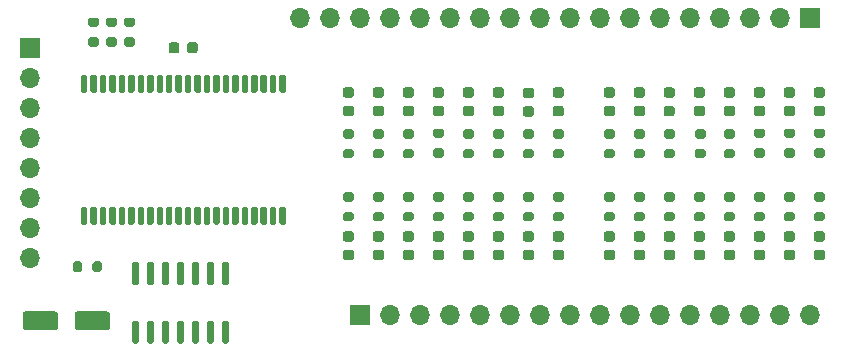
<source format=gbr>
%TF.GenerationSoftware,KiCad,Pcbnew,(5.1.10-1-10_14)*%
%TF.CreationDate,2021-09-25T13:26:57-04:00*%
%TF.ProjectId,RAM,52414d2e-6b69-4636-9164-5f7063625858,rev?*%
%TF.SameCoordinates,Original*%
%TF.FileFunction,Soldermask,Top*%
%TF.FilePolarity,Negative*%
%FSLAX46Y46*%
G04 Gerber Fmt 4.6, Leading zero omitted, Abs format (unit mm)*
G04 Created by KiCad (PCBNEW (5.1.10-1-10_14)) date 2021-09-25 13:26:57*
%MOMM*%
%LPD*%
G01*
G04 APERTURE LIST*
%ADD10O,1.700000X1.700000*%
%ADD11R,1.700000X1.700000*%
G04 APERTURE END LIST*
%TO.C,C2*%
G36*
G01*
X225744000Y-97578000D02*
X225744000Y-96478000D01*
G75*
G02*
X225994000Y-96228000I250000J0D01*
G01*
X228494000Y-96228000D01*
G75*
G02*
X228744000Y-96478000I0J-250000D01*
G01*
X228744000Y-97578000D01*
G75*
G02*
X228494000Y-97828000I-250000J0D01*
G01*
X225994000Y-97828000D01*
G75*
G02*
X225744000Y-97578000I0J250000D01*
G01*
G37*
G36*
G01*
X221344000Y-97578000D02*
X221344000Y-96478000D01*
G75*
G02*
X221594000Y-96228000I250000J0D01*
G01*
X224094000Y-96228000D01*
G75*
G02*
X224344000Y-96478000I0J-250000D01*
G01*
X224344000Y-97578000D01*
G75*
G02*
X224094000Y-97828000I-250000J0D01*
G01*
X221594000Y-97828000D01*
G75*
G02*
X221344000Y-97578000I0J250000D01*
G01*
G37*
%TD*%
%TO.C,C1*%
G36*
G01*
X234612000Y-73664000D02*
X234612000Y-74164000D01*
G75*
G02*
X234387000Y-74389000I-225000J0D01*
G01*
X233937000Y-74389000D01*
G75*
G02*
X233712000Y-74164000I0J225000D01*
G01*
X233712000Y-73664000D01*
G75*
G02*
X233937000Y-73439000I225000J0D01*
G01*
X234387000Y-73439000D01*
G75*
G02*
X234612000Y-73664000I0J-225000D01*
G01*
G37*
G36*
G01*
X236162000Y-73664000D02*
X236162000Y-74164000D01*
G75*
G02*
X235937000Y-74389000I-225000J0D01*
G01*
X235487000Y-74389000D01*
G75*
G02*
X235262000Y-74164000I0J225000D01*
G01*
X235262000Y-73664000D01*
G75*
G02*
X235487000Y-73439000I225000J0D01*
G01*
X235937000Y-73439000D01*
G75*
G02*
X236162000Y-73664000I0J-225000D01*
G01*
G37*
%TD*%
%TO.C,U70*%
G36*
G01*
X226397000Y-92181000D02*
X226397000Y-92731000D01*
G75*
G02*
X226197000Y-92931000I-200000J0D01*
G01*
X225797000Y-92931000D01*
G75*
G02*
X225597000Y-92731000I0J200000D01*
G01*
X225597000Y-92181000D01*
G75*
G02*
X225797000Y-91981000I200000J0D01*
G01*
X226197000Y-91981000D01*
G75*
G02*
X226397000Y-92181000I0J-200000D01*
G01*
G37*
G36*
G01*
X228047000Y-92181000D02*
X228047000Y-92731000D01*
G75*
G02*
X227847000Y-92931000I-200000J0D01*
G01*
X227447000Y-92931000D01*
G75*
G02*
X227247000Y-92731000I0J200000D01*
G01*
X227247000Y-92181000D01*
G75*
G02*
X227447000Y-91981000I200000J0D01*
G01*
X227847000Y-91981000D01*
G75*
G02*
X228047000Y-92181000I0J-200000D01*
G01*
G37*
%TD*%
%TO.C,U69*%
G36*
G01*
X227055000Y-73006000D02*
X227605000Y-73006000D01*
G75*
G02*
X227805000Y-73206000I0J-200000D01*
G01*
X227805000Y-73606000D01*
G75*
G02*
X227605000Y-73806000I-200000J0D01*
G01*
X227055000Y-73806000D01*
G75*
G02*
X226855000Y-73606000I0J200000D01*
G01*
X226855000Y-73206000D01*
G75*
G02*
X227055000Y-73006000I200000J0D01*
G01*
G37*
G36*
G01*
X227055000Y-71356000D02*
X227605000Y-71356000D01*
G75*
G02*
X227805000Y-71556000I0J-200000D01*
G01*
X227805000Y-71956000D01*
G75*
G02*
X227605000Y-72156000I-200000J0D01*
G01*
X227055000Y-72156000D01*
G75*
G02*
X226855000Y-71956000I0J200000D01*
G01*
X226855000Y-71556000D01*
G75*
G02*
X227055000Y-71356000I200000J0D01*
G01*
G37*
%TD*%
%TO.C,U68*%
G36*
G01*
X231036000Y-94004000D02*
X230736000Y-94004000D01*
G75*
G02*
X230586000Y-93854000I0J150000D01*
G01*
X230586000Y-92204000D01*
G75*
G02*
X230736000Y-92054000I150000J0D01*
G01*
X231036000Y-92054000D01*
G75*
G02*
X231186000Y-92204000I0J-150000D01*
G01*
X231186000Y-93854000D01*
G75*
G02*
X231036000Y-94004000I-150000J0D01*
G01*
G37*
G36*
G01*
X232306000Y-94004000D02*
X232006000Y-94004000D01*
G75*
G02*
X231856000Y-93854000I0J150000D01*
G01*
X231856000Y-92204000D01*
G75*
G02*
X232006000Y-92054000I150000J0D01*
G01*
X232306000Y-92054000D01*
G75*
G02*
X232456000Y-92204000I0J-150000D01*
G01*
X232456000Y-93854000D01*
G75*
G02*
X232306000Y-94004000I-150000J0D01*
G01*
G37*
G36*
G01*
X233576000Y-94004000D02*
X233276000Y-94004000D01*
G75*
G02*
X233126000Y-93854000I0J150000D01*
G01*
X233126000Y-92204000D01*
G75*
G02*
X233276000Y-92054000I150000J0D01*
G01*
X233576000Y-92054000D01*
G75*
G02*
X233726000Y-92204000I0J-150000D01*
G01*
X233726000Y-93854000D01*
G75*
G02*
X233576000Y-94004000I-150000J0D01*
G01*
G37*
G36*
G01*
X234846000Y-94004000D02*
X234546000Y-94004000D01*
G75*
G02*
X234396000Y-93854000I0J150000D01*
G01*
X234396000Y-92204000D01*
G75*
G02*
X234546000Y-92054000I150000J0D01*
G01*
X234846000Y-92054000D01*
G75*
G02*
X234996000Y-92204000I0J-150000D01*
G01*
X234996000Y-93854000D01*
G75*
G02*
X234846000Y-94004000I-150000J0D01*
G01*
G37*
G36*
G01*
X236116000Y-94004000D02*
X235816000Y-94004000D01*
G75*
G02*
X235666000Y-93854000I0J150000D01*
G01*
X235666000Y-92204000D01*
G75*
G02*
X235816000Y-92054000I150000J0D01*
G01*
X236116000Y-92054000D01*
G75*
G02*
X236266000Y-92204000I0J-150000D01*
G01*
X236266000Y-93854000D01*
G75*
G02*
X236116000Y-94004000I-150000J0D01*
G01*
G37*
G36*
G01*
X237386000Y-94004000D02*
X237086000Y-94004000D01*
G75*
G02*
X236936000Y-93854000I0J150000D01*
G01*
X236936000Y-92204000D01*
G75*
G02*
X237086000Y-92054000I150000J0D01*
G01*
X237386000Y-92054000D01*
G75*
G02*
X237536000Y-92204000I0J-150000D01*
G01*
X237536000Y-93854000D01*
G75*
G02*
X237386000Y-94004000I-150000J0D01*
G01*
G37*
G36*
G01*
X238656000Y-94004000D02*
X238356000Y-94004000D01*
G75*
G02*
X238206000Y-93854000I0J150000D01*
G01*
X238206000Y-92204000D01*
G75*
G02*
X238356000Y-92054000I150000J0D01*
G01*
X238656000Y-92054000D01*
G75*
G02*
X238806000Y-92204000I0J-150000D01*
G01*
X238806000Y-93854000D01*
G75*
G02*
X238656000Y-94004000I-150000J0D01*
G01*
G37*
G36*
G01*
X238656000Y-98954000D02*
X238356000Y-98954000D01*
G75*
G02*
X238206000Y-98804000I0J150000D01*
G01*
X238206000Y-97154000D01*
G75*
G02*
X238356000Y-97004000I150000J0D01*
G01*
X238656000Y-97004000D01*
G75*
G02*
X238806000Y-97154000I0J-150000D01*
G01*
X238806000Y-98804000D01*
G75*
G02*
X238656000Y-98954000I-150000J0D01*
G01*
G37*
G36*
G01*
X237386000Y-98954000D02*
X237086000Y-98954000D01*
G75*
G02*
X236936000Y-98804000I0J150000D01*
G01*
X236936000Y-97154000D01*
G75*
G02*
X237086000Y-97004000I150000J0D01*
G01*
X237386000Y-97004000D01*
G75*
G02*
X237536000Y-97154000I0J-150000D01*
G01*
X237536000Y-98804000D01*
G75*
G02*
X237386000Y-98954000I-150000J0D01*
G01*
G37*
G36*
G01*
X236116000Y-98954000D02*
X235816000Y-98954000D01*
G75*
G02*
X235666000Y-98804000I0J150000D01*
G01*
X235666000Y-97154000D01*
G75*
G02*
X235816000Y-97004000I150000J0D01*
G01*
X236116000Y-97004000D01*
G75*
G02*
X236266000Y-97154000I0J-150000D01*
G01*
X236266000Y-98804000D01*
G75*
G02*
X236116000Y-98954000I-150000J0D01*
G01*
G37*
G36*
G01*
X234846000Y-98954000D02*
X234546000Y-98954000D01*
G75*
G02*
X234396000Y-98804000I0J150000D01*
G01*
X234396000Y-97154000D01*
G75*
G02*
X234546000Y-97004000I150000J0D01*
G01*
X234846000Y-97004000D01*
G75*
G02*
X234996000Y-97154000I0J-150000D01*
G01*
X234996000Y-98804000D01*
G75*
G02*
X234846000Y-98954000I-150000J0D01*
G01*
G37*
G36*
G01*
X233576000Y-98954000D02*
X233276000Y-98954000D01*
G75*
G02*
X233126000Y-98804000I0J150000D01*
G01*
X233126000Y-97154000D01*
G75*
G02*
X233276000Y-97004000I150000J0D01*
G01*
X233576000Y-97004000D01*
G75*
G02*
X233726000Y-97154000I0J-150000D01*
G01*
X233726000Y-98804000D01*
G75*
G02*
X233576000Y-98954000I-150000J0D01*
G01*
G37*
G36*
G01*
X232306000Y-98954000D02*
X232006000Y-98954000D01*
G75*
G02*
X231856000Y-98804000I0J150000D01*
G01*
X231856000Y-97154000D01*
G75*
G02*
X232006000Y-97004000I150000J0D01*
G01*
X232306000Y-97004000D01*
G75*
G02*
X232456000Y-97154000I0J-150000D01*
G01*
X232456000Y-98804000D01*
G75*
G02*
X232306000Y-98954000I-150000J0D01*
G01*
G37*
G36*
G01*
X231036000Y-98954000D02*
X230736000Y-98954000D01*
G75*
G02*
X230586000Y-98804000I0J150000D01*
G01*
X230586000Y-97154000D01*
G75*
G02*
X230736000Y-97004000I150000J0D01*
G01*
X231036000Y-97004000D01*
G75*
G02*
X231186000Y-97154000I0J-150000D01*
G01*
X231186000Y-98804000D01*
G75*
G02*
X231036000Y-98954000I-150000J0D01*
G01*
G37*
%TD*%
%TO.C,U67*%
G36*
G01*
X226687500Y-77725000D02*
X226412500Y-77725000D01*
G75*
G02*
X226275000Y-77587500I0J137500D01*
G01*
X226275000Y-76337500D01*
G75*
G02*
X226412500Y-76200000I137500J0D01*
G01*
X226687500Y-76200000D01*
G75*
G02*
X226825000Y-76337500I0J-137500D01*
G01*
X226825000Y-77587500D01*
G75*
G02*
X226687500Y-77725000I-137500J0D01*
G01*
G37*
G36*
G01*
X227487500Y-77725000D02*
X227212500Y-77725000D01*
G75*
G02*
X227075000Y-77587500I0J137500D01*
G01*
X227075000Y-76337500D01*
G75*
G02*
X227212500Y-76200000I137500J0D01*
G01*
X227487500Y-76200000D01*
G75*
G02*
X227625000Y-76337500I0J-137500D01*
G01*
X227625000Y-77587500D01*
G75*
G02*
X227487500Y-77725000I-137500J0D01*
G01*
G37*
G36*
G01*
X228287500Y-77725000D02*
X228012500Y-77725000D01*
G75*
G02*
X227875000Y-77587500I0J137500D01*
G01*
X227875000Y-76337500D01*
G75*
G02*
X228012500Y-76200000I137500J0D01*
G01*
X228287500Y-76200000D01*
G75*
G02*
X228425000Y-76337500I0J-137500D01*
G01*
X228425000Y-77587500D01*
G75*
G02*
X228287500Y-77725000I-137500J0D01*
G01*
G37*
G36*
G01*
X229087500Y-77725000D02*
X228812500Y-77725000D01*
G75*
G02*
X228675000Y-77587500I0J137500D01*
G01*
X228675000Y-76337500D01*
G75*
G02*
X228812500Y-76200000I137500J0D01*
G01*
X229087500Y-76200000D01*
G75*
G02*
X229225000Y-76337500I0J-137500D01*
G01*
X229225000Y-77587500D01*
G75*
G02*
X229087500Y-77725000I-137500J0D01*
G01*
G37*
G36*
G01*
X229887500Y-77725000D02*
X229612500Y-77725000D01*
G75*
G02*
X229475000Y-77587500I0J137500D01*
G01*
X229475000Y-76337500D01*
G75*
G02*
X229612500Y-76200000I137500J0D01*
G01*
X229887500Y-76200000D01*
G75*
G02*
X230025000Y-76337500I0J-137500D01*
G01*
X230025000Y-77587500D01*
G75*
G02*
X229887500Y-77725000I-137500J0D01*
G01*
G37*
G36*
G01*
X230687500Y-77725000D02*
X230412500Y-77725000D01*
G75*
G02*
X230275000Y-77587500I0J137500D01*
G01*
X230275000Y-76337500D01*
G75*
G02*
X230412500Y-76200000I137500J0D01*
G01*
X230687500Y-76200000D01*
G75*
G02*
X230825000Y-76337500I0J-137500D01*
G01*
X230825000Y-77587500D01*
G75*
G02*
X230687500Y-77725000I-137500J0D01*
G01*
G37*
G36*
G01*
X231487500Y-77725000D02*
X231212500Y-77725000D01*
G75*
G02*
X231075000Y-77587500I0J137500D01*
G01*
X231075000Y-76337500D01*
G75*
G02*
X231212500Y-76200000I137500J0D01*
G01*
X231487500Y-76200000D01*
G75*
G02*
X231625000Y-76337500I0J-137500D01*
G01*
X231625000Y-77587500D01*
G75*
G02*
X231487500Y-77725000I-137500J0D01*
G01*
G37*
G36*
G01*
X232287500Y-77725000D02*
X232012500Y-77725000D01*
G75*
G02*
X231875000Y-77587500I0J137500D01*
G01*
X231875000Y-76337500D01*
G75*
G02*
X232012500Y-76200000I137500J0D01*
G01*
X232287500Y-76200000D01*
G75*
G02*
X232425000Y-76337500I0J-137500D01*
G01*
X232425000Y-77587500D01*
G75*
G02*
X232287500Y-77725000I-137500J0D01*
G01*
G37*
G36*
G01*
X233087500Y-77725000D02*
X232812500Y-77725000D01*
G75*
G02*
X232675000Y-77587500I0J137500D01*
G01*
X232675000Y-76337500D01*
G75*
G02*
X232812500Y-76200000I137500J0D01*
G01*
X233087500Y-76200000D01*
G75*
G02*
X233225000Y-76337500I0J-137500D01*
G01*
X233225000Y-77587500D01*
G75*
G02*
X233087500Y-77725000I-137500J0D01*
G01*
G37*
G36*
G01*
X233887500Y-77725000D02*
X233612500Y-77725000D01*
G75*
G02*
X233475000Y-77587500I0J137500D01*
G01*
X233475000Y-76337500D01*
G75*
G02*
X233612500Y-76200000I137500J0D01*
G01*
X233887500Y-76200000D01*
G75*
G02*
X234025000Y-76337500I0J-137500D01*
G01*
X234025000Y-77587500D01*
G75*
G02*
X233887500Y-77725000I-137500J0D01*
G01*
G37*
G36*
G01*
X234687500Y-77725000D02*
X234412500Y-77725000D01*
G75*
G02*
X234275000Y-77587500I0J137500D01*
G01*
X234275000Y-76337500D01*
G75*
G02*
X234412500Y-76200000I137500J0D01*
G01*
X234687500Y-76200000D01*
G75*
G02*
X234825000Y-76337500I0J-137500D01*
G01*
X234825000Y-77587500D01*
G75*
G02*
X234687500Y-77725000I-137500J0D01*
G01*
G37*
G36*
G01*
X235487500Y-77725000D02*
X235212500Y-77725000D01*
G75*
G02*
X235075000Y-77587500I0J137500D01*
G01*
X235075000Y-76337500D01*
G75*
G02*
X235212500Y-76200000I137500J0D01*
G01*
X235487500Y-76200000D01*
G75*
G02*
X235625000Y-76337500I0J-137500D01*
G01*
X235625000Y-77587500D01*
G75*
G02*
X235487500Y-77725000I-137500J0D01*
G01*
G37*
G36*
G01*
X236287500Y-77725000D02*
X236012500Y-77725000D01*
G75*
G02*
X235875000Y-77587500I0J137500D01*
G01*
X235875000Y-76337500D01*
G75*
G02*
X236012500Y-76200000I137500J0D01*
G01*
X236287500Y-76200000D01*
G75*
G02*
X236425000Y-76337500I0J-137500D01*
G01*
X236425000Y-77587500D01*
G75*
G02*
X236287500Y-77725000I-137500J0D01*
G01*
G37*
G36*
G01*
X237087500Y-77725000D02*
X236812500Y-77725000D01*
G75*
G02*
X236675000Y-77587500I0J137500D01*
G01*
X236675000Y-76337500D01*
G75*
G02*
X236812500Y-76200000I137500J0D01*
G01*
X237087500Y-76200000D01*
G75*
G02*
X237225000Y-76337500I0J-137500D01*
G01*
X237225000Y-77587500D01*
G75*
G02*
X237087500Y-77725000I-137500J0D01*
G01*
G37*
G36*
G01*
X237887500Y-77725000D02*
X237612500Y-77725000D01*
G75*
G02*
X237475000Y-77587500I0J137500D01*
G01*
X237475000Y-76337500D01*
G75*
G02*
X237612500Y-76200000I137500J0D01*
G01*
X237887500Y-76200000D01*
G75*
G02*
X238025000Y-76337500I0J-137500D01*
G01*
X238025000Y-77587500D01*
G75*
G02*
X237887500Y-77725000I-137500J0D01*
G01*
G37*
G36*
G01*
X238687500Y-77725000D02*
X238412500Y-77725000D01*
G75*
G02*
X238275000Y-77587500I0J137500D01*
G01*
X238275000Y-76337500D01*
G75*
G02*
X238412500Y-76200000I137500J0D01*
G01*
X238687500Y-76200000D01*
G75*
G02*
X238825000Y-76337500I0J-137500D01*
G01*
X238825000Y-77587500D01*
G75*
G02*
X238687500Y-77725000I-137500J0D01*
G01*
G37*
G36*
G01*
X239487500Y-77725000D02*
X239212500Y-77725000D01*
G75*
G02*
X239075000Y-77587500I0J137500D01*
G01*
X239075000Y-76337500D01*
G75*
G02*
X239212500Y-76200000I137500J0D01*
G01*
X239487500Y-76200000D01*
G75*
G02*
X239625000Y-76337500I0J-137500D01*
G01*
X239625000Y-77587500D01*
G75*
G02*
X239487500Y-77725000I-137500J0D01*
G01*
G37*
G36*
G01*
X240287500Y-77725000D02*
X240012500Y-77725000D01*
G75*
G02*
X239875000Y-77587500I0J137500D01*
G01*
X239875000Y-76337500D01*
G75*
G02*
X240012500Y-76200000I137500J0D01*
G01*
X240287500Y-76200000D01*
G75*
G02*
X240425000Y-76337500I0J-137500D01*
G01*
X240425000Y-77587500D01*
G75*
G02*
X240287500Y-77725000I-137500J0D01*
G01*
G37*
G36*
G01*
X241087500Y-77725000D02*
X240812500Y-77725000D01*
G75*
G02*
X240675000Y-77587500I0J137500D01*
G01*
X240675000Y-76337500D01*
G75*
G02*
X240812500Y-76200000I137500J0D01*
G01*
X241087500Y-76200000D01*
G75*
G02*
X241225000Y-76337500I0J-137500D01*
G01*
X241225000Y-77587500D01*
G75*
G02*
X241087500Y-77725000I-137500J0D01*
G01*
G37*
G36*
G01*
X241887500Y-77725000D02*
X241612500Y-77725000D01*
G75*
G02*
X241475000Y-77587500I0J137500D01*
G01*
X241475000Y-76337500D01*
G75*
G02*
X241612500Y-76200000I137500J0D01*
G01*
X241887500Y-76200000D01*
G75*
G02*
X242025000Y-76337500I0J-137500D01*
G01*
X242025000Y-77587500D01*
G75*
G02*
X241887500Y-77725000I-137500J0D01*
G01*
G37*
G36*
G01*
X242687500Y-77725000D02*
X242412500Y-77725000D01*
G75*
G02*
X242275000Y-77587500I0J137500D01*
G01*
X242275000Y-76337500D01*
G75*
G02*
X242412500Y-76200000I137500J0D01*
G01*
X242687500Y-76200000D01*
G75*
G02*
X242825000Y-76337500I0J-137500D01*
G01*
X242825000Y-77587500D01*
G75*
G02*
X242687500Y-77725000I-137500J0D01*
G01*
G37*
G36*
G01*
X243487500Y-77725000D02*
X243212500Y-77725000D01*
G75*
G02*
X243075000Y-77587500I0J137500D01*
G01*
X243075000Y-76337500D01*
G75*
G02*
X243212500Y-76200000I137500J0D01*
G01*
X243487500Y-76200000D01*
G75*
G02*
X243625000Y-76337500I0J-137500D01*
G01*
X243625000Y-77587500D01*
G75*
G02*
X243487500Y-77725000I-137500J0D01*
G01*
G37*
G36*
G01*
X243487500Y-88900000D02*
X243212500Y-88900000D01*
G75*
G02*
X243075000Y-88762500I0J137500D01*
G01*
X243075000Y-87512500D01*
G75*
G02*
X243212500Y-87375000I137500J0D01*
G01*
X243487500Y-87375000D01*
G75*
G02*
X243625000Y-87512500I0J-137500D01*
G01*
X243625000Y-88762500D01*
G75*
G02*
X243487500Y-88900000I-137500J0D01*
G01*
G37*
G36*
G01*
X242687500Y-88900000D02*
X242412500Y-88900000D01*
G75*
G02*
X242275000Y-88762500I0J137500D01*
G01*
X242275000Y-87512500D01*
G75*
G02*
X242412500Y-87375000I137500J0D01*
G01*
X242687500Y-87375000D01*
G75*
G02*
X242825000Y-87512500I0J-137500D01*
G01*
X242825000Y-88762500D01*
G75*
G02*
X242687500Y-88900000I-137500J0D01*
G01*
G37*
G36*
G01*
X241887500Y-88900000D02*
X241612500Y-88900000D01*
G75*
G02*
X241475000Y-88762500I0J137500D01*
G01*
X241475000Y-87512500D01*
G75*
G02*
X241612500Y-87375000I137500J0D01*
G01*
X241887500Y-87375000D01*
G75*
G02*
X242025000Y-87512500I0J-137500D01*
G01*
X242025000Y-88762500D01*
G75*
G02*
X241887500Y-88900000I-137500J0D01*
G01*
G37*
G36*
G01*
X241087500Y-88900000D02*
X240812500Y-88900000D01*
G75*
G02*
X240675000Y-88762500I0J137500D01*
G01*
X240675000Y-87512500D01*
G75*
G02*
X240812500Y-87375000I137500J0D01*
G01*
X241087500Y-87375000D01*
G75*
G02*
X241225000Y-87512500I0J-137500D01*
G01*
X241225000Y-88762500D01*
G75*
G02*
X241087500Y-88900000I-137500J0D01*
G01*
G37*
G36*
G01*
X240287500Y-88900000D02*
X240012500Y-88900000D01*
G75*
G02*
X239875000Y-88762500I0J137500D01*
G01*
X239875000Y-87512500D01*
G75*
G02*
X240012500Y-87375000I137500J0D01*
G01*
X240287500Y-87375000D01*
G75*
G02*
X240425000Y-87512500I0J-137500D01*
G01*
X240425000Y-88762500D01*
G75*
G02*
X240287500Y-88900000I-137500J0D01*
G01*
G37*
G36*
G01*
X239487500Y-88900000D02*
X239212500Y-88900000D01*
G75*
G02*
X239075000Y-88762500I0J137500D01*
G01*
X239075000Y-87512500D01*
G75*
G02*
X239212500Y-87375000I137500J0D01*
G01*
X239487500Y-87375000D01*
G75*
G02*
X239625000Y-87512500I0J-137500D01*
G01*
X239625000Y-88762500D01*
G75*
G02*
X239487500Y-88900000I-137500J0D01*
G01*
G37*
G36*
G01*
X238687500Y-88900000D02*
X238412500Y-88900000D01*
G75*
G02*
X238275000Y-88762500I0J137500D01*
G01*
X238275000Y-87512500D01*
G75*
G02*
X238412500Y-87375000I137500J0D01*
G01*
X238687500Y-87375000D01*
G75*
G02*
X238825000Y-87512500I0J-137500D01*
G01*
X238825000Y-88762500D01*
G75*
G02*
X238687500Y-88900000I-137500J0D01*
G01*
G37*
G36*
G01*
X237887500Y-88900000D02*
X237612500Y-88900000D01*
G75*
G02*
X237475000Y-88762500I0J137500D01*
G01*
X237475000Y-87512500D01*
G75*
G02*
X237612500Y-87375000I137500J0D01*
G01*
X237887500Y-87375000D01*
G75*
G02*
X238025000Y-87512500I0J-137500D01*
G01*
X238025000Y-88762500D01*
G75*
G02*
X237887500Y-88900000I-137500J0D01*
G01*
G37*
G36*
G01*
X237087500Y-88900000D02*
X236812500Y-88900000D01*
G75*
G02*
X236675000Y-88762500I0J137500D01*
G01*
X236675000Y-87512500D01*
G75*
G02*
X236812500Y-87375000I137500J0D01*
G01*
X237087500Y-87375000D01*
G75*
G02*
X237225000Y-87512500I0J-137500D01*
G01*
X237225000Y-88762500D01*
G75*
G02*
X237087500Y-88900000I-137500J0D01*
G01*
G37*
G36*
G01*
X236287500Y-88900000D02*
X236012500Y-88900000D01*
G75*
G02*
X235875000Y-88762500I0J137500D01*
G01*
X235875000Y-87512500D01*
G75*
G02*
X236012500Y-87375000I137500J0D01*
G01*
X236287500Y-87375000D01*
G75*
G02*
X236425000Y-87512500I0J-137500D01*
G01*
X236425000Y-88762500D01*
G75*
G02*
X236287500Y-88900000I-137500J0D01*
G01*
G37*
G36*
G01*
X235487500Y-88900000D02*
X235212500Y-88900000D01*
G75*
G02*
X235075000Y-88762500I0J137500D01*
G01*
X235075000Y-87512500D01*
G75*
G02*
X235212500Y-87375000I137500J0D01*
G01*
X235487500Y-87375000D01*
G75*
G02*
X235625000Y-87512500I0J-137500D01*
G01*
X235625000Y-88762500D01*
G75*
G02*
X235487500Y-88900000I-137500J0D01*
G01*
G37*
G36*
G01*
X234687500Y-88900000D02*
X234412500Y-88900000D01*
G75*
G02*
X234275000Y-88762500I0J137500D01*
G01*
X234275000Y-87512500D01*
G75*
G02*
X234412500Y-87375000I137500J0D01*
G01*
X234687500Y-87375000D01*
G75*
G02*
X234825000Y-87512500I0J-137500D01*
G01*
X234825000Y-88762500D01*
G75*
G02*
X234687500Y-88900000I-137500J0D01*
G01*
G37*
G36*
G01*
X233887500Y-88900000D02*
X233612500Y-88900000D01*
G75*
G02*
X233475000Y-88762500I0J137500D01*
G01*
X233475000Y-87512500D01*
G75*
G02*
X233612500Y-87375000I137500J0D01*
G01*
X233887500Y-87375000D01*
G75*
G02*
X234025000Y-87512500I0J-137500D01*
G01*
X234025000Y-88762500D01*
G75*
G02*
X233887500Y-88900000I-137500J0D01*
G01*
G37*
G36*
G01*
X233087500Y-88900000D02*
X232812500Y-88900000D01*
G75*
G02*
X232675000Y-88762500I0J137500D01*
G01*
X232675000Y-87512500D01*
G75*
G02*
X232812500Y-87375000I137500J0D01*
G01*
X233087500Y-87375000D01*
G75*
G02*
X233225000Y-87512500I0J-137500D01*
G01*
X233225000Y-88762500D01*
G75*
G02*
X233087500Y-88900000I-137500J0D01*
G01*
G37*
G36*
G01*
X232287500Y-88900000D02*
X232012500Y-88900000D01*
G75*
G02*
X231875000Y-88762500I0J137500D01*
G01*
X231875000Y-87512500D01*
G75*
G02*
X232012500Y-87375000I137500J0D01*
G01*
X232287500Y-87375000D01*
G75*
G02*
X232425000Y-87512500I0J-137500D01*
G01*
X232425000Y-88762500D01*
G75*
G02*
X232287500Y-88900000I-137500J0D01*
G01*
G37*
G36*
G01*
X231487500Y-88900000D02*
X231212500Y-88900000D01*
G75*
G02*
X231075000Y-88762500I0J137500D01*
G01*
X231075000Y-87512500D01*
G75*
G02*
X231212500Y-87375000I137500J0D01*
G01*
X231487500Y-87375000D01*
G75*
G02*
X231625000Y-87512500I0J-137500D01*
G01*
X231625000Y-88762500D01*
G75*
G02*
X231487500Y-88900000I-137500J0D01*
G01*
G37*
G36*
G01*
X230687500Y-88900000D02*
X230412500Y-88900000D01*
G75*
G02*
X230275000Y-88762500I0J137500D01*
G01*
X230275000Y-87512500D01*
G75*
G02*
X230412500Y-87375000I137500J0D01*
G01*
X230687500Y-87375000D01*
G75*
G02*
X230825000Y-87512500I0J-137500D01*
G01*
X230825000Y-88762500D01*
G75*
G02*
X230687500Y-88900000I-137500J0D01*
G01*
G37*
G36*
G01*
X229887500Y-88900000D02*
X229612500Y-88900000D01*
G75*
G02*
X229475000Y-88762500I0J137500D01*
G01*
X229475000Y-87512500D01*
G75*
G02*
X229612500Y-87375000I137500J0D01*
G01*
X229887500Y-87375000D01*
G75*
G02*
X230025000Y-87512500I0J-137500D01*
G01*
X230025000Y-88762500D01*
G75*
G02*
X229887500Y-88900000I-137500J0D01*
G01*
G37*
G36*
G01*
X229087500Y-88900000D02*
X228812500Y-88900000D01*
G75*
G02*
X228675000Y-88762500I0J137500D01*
G01*
X228675000Y-87512500D01*
G75*
G02*
X228812500Y-87375000I137500J0D01*
G01*
X229087500Y-87375000D01*
G75*
G02*
X229225000Y-87512500I0J-137500D01*
G01*
X229225000Y-88762500D01*
G75*
G02*
X229087500Y-88900000I-137500J0D01*
G01*
G37*
G36*
G01*
X228287500Y-88900000D02*
X228012500Y-88900000D01*
G75*
G02*
X227875000Y-88762500I0J137500D01*
G01*
X227875000Y-87512500D01*
G75*
G02*
X228012500Y-87375000I137500J0D01*
G01*
X228287500Y-87375000D01*
G75*
G02*
X228425000Y-87512500I0J-137500D01*
G01*
X228425000Y-88762500D01*
G75*
G02*
X228287500Y-88900000I-137500J0D01*
G01*
G37*
G36*
G01*
X227487500Y-88900000D02*
X227212500Y-88900000D01*
G75*
G02*
X227075000Y-88762500I0J137500D01*
G01*
X227075000Y-87512500D01*
G75*
G02*
X227212500Y-87375000I137500J0D01*
G01*
X227487500Y-87375000D01*
G75*
G02*
X227625000Y-87512500I0J-137500D01*
G01*
X227625000Y-88762500D01*
G75*
G02*
X227487500Y-88900000I-137500J0D01*
G01*
G37*
G36*
G01*
X226687500Y-88900000D02*
X226412500Y-88900000D01*
G75*
G02*
X226275000Y-88762500I0J137500D01*
G01*
X226275000Y-87512500D01*
G75*
G02*
X226412500Y-87375000I137500J0D01*
G01*
X226687500Y-87375000D01*
G75*
G02*
X226825000Y-87512500I0J-137500D01*
G01*
X226825000Y-88762500D01*
G75*
G02*
X226687500Y-88900000I-137500J0D01*
G01*
G37*
%TD*%
%TO.C,U34*%
G36*
G01*
X230103000Y-73006000D02*
X230653000Y-73006000D01*
G75*
G02*
X230853000Y-73206000I0J-200000D01*
G01*
X230853000Y-73606000D01*
G75*
G02*
X230653000Y-73806000I-200000J0D01*
G01*
X230103000Y-73806000D01*
G75*
G02*
X229903000Y-73606000I0J200000D01*
G01*
X229903000Y-73206000D01*
G75*
G02*
X230103000Y-73006000I200000J0D01*
G01*
G37*
G36*
G01*
X230103000Y-71356000D02*
X230653000Y-71356000D01*
G75*
G02*
X230853000Y-71556000I0J-200000D01*
G01*
X230853000Y-71956000D01*
G75*
G02*
X230653000Y-72156000I-200000J0D01*
G01*
X230103000Y-72156000D01*
G75*
G02*
X229903000Y-71956000I0J200000D01*
G01*
X229903000Y-71556000D01*
G75*
G02*
X230103000Y-71356000I200000J0D01*
G01*
G37*
%TD*%
%TO.C,U1*%
G36*
G01*
X228579000Y-73006000D02*
X229129000Y-73006000D01*
G75*
G02*
X229329000Y-73206000I0J-200000D01*
G01*
X229329000Y-73606000D01*
G75*
G02*
X229129000Y-73806000I-200000J0D01*
G01*
X228579000Y-73806000D01*
G75*
G02*
X228379000Y-73606000I0J200000D01*
G01*
X228379000Y-73206000D01*
G75*
G02*
X228579000Y-73006000I200000J0D01*
G01*
G37*
G36*
G01*
X228579000Y-71356000D02*
X229129000Y-71356000D01*
G75*
G02*
X229329000Y-71556000I0J-200000D01*
G01*
X229329000Y-71956000D01*
G75*
G02*
X229129000Y-72156000I-200000J0D01*
G01*
X228579000Y-72156000D01*
G75*
G02*
X228379000Y-71956000I0J200000D01*
G01*
X228379000Y-71556000D01*
G75*
G02*
X228579000Y-71356000I200000J0D01*
G01*
G37*
%TD*%
D10*
%TO.C,J3*%
X288036000Y-96520000D03*
X285496000Y-96520000D03*
X282956000Y-96520000D03*
X280416000Y-96520000D03*
X277876000Y-96520000D03*
X275336000Y-96520000D03*
X272796000Y-96520000D03*
X270256000Y-96520000D03*
X267716000Y-96520000D03*
X265176000Y-96520000D03*
X262636000Y-96520000D03*
X260096000Y-96520000D03*
X257556000Y-96520000D03*
X255016000Y-96520000D03*
X252476000Y-96520000D03*
D11*
X249936000Y-96520000D03*
%TD*%
D10*
%TO.C,J2*%
X244856000Y-71374000D03*
X247396000Y-71374000D03*
X249936000Y-71374000D03*
X252476000Y-71374000D03*
X255016000Y-71374000D03*
X257556000Y-71374000D03*
X260096000Y-71374000D03*
X262636000Y-71374000D03*
X265176000Y-71374000D03*
X267716000Y-71374000D03*
X270256000Y-71374000D03*
X272796000Y-71374000D03*
X275336000Y-71374000D03*
X277876000Y-71374000D03*
X280416000Y-71374000D03*
X282956000Y-71374000D03*
X285496000Y-71374000D03*
D11*
X288036000Y-71374000D03*
%TD*%
D10*
%TO.C,J1*%
X221996000Y-91690000D03*
X221996000Y-89150000D03*
X221996000Y-86610000D03*
X221996000Y-84070000D03*
X221996000Y-81530000D03*
X221996000Y-78990000D03*
X221996000Y-76450000D03*
D11*
X221996000Y-73910000D03*
%TD*%
%TO.C,U65*%
G36*
G01*
X289054250Y-79711000D02*
X288541750Y-79711000D01*
G75*
G02*
X288323000Y-79492250I0J218750D01*
G01*
X288323000Y-79054750D01*
G75*
G02*
X288541750Y-78836000I218750J0D01*
G01*
X289054250Y-78836000D01*
G75*
G02*
X289273000Y-79054750I0J-218750D01*
G01*
X289273000Y-79492250D01*
G75*
G02*
X289054250Y-79711000I-218750J0D01*
G01*
G37*
G36*
G01*
X289054250Y-78136000D02*
X288541750Y-78136000D01*
G75*
G02*
X288323000Y-77917250I0J218750D01*
G01*
X288323000Y-77479750D01*
G75*
G02*
X288541750Y-77261000I218750J0D01*
G01*
X289054250Y-77261000D01*
G75*
G02*
X289273000Y-77479750I0J-218750D01*
G01*
X289273000Y-77917250D01*
G75*
G02*
X289054250Y-78136000I-218750J0D01*
G01*
G37*
%TD*%
%TO.C,U61*%
G36*
G01*
X286514250Y-79711000D02*
X286001750Y-79711000D01*
G75*
G02*
X285783000Y-79492250I0J218750D01*
G01*
X285783000Y-79054750D01*
G75*
G02*
X286001750Y-78836000I218750J0D01*
G01*
X286514250Y-78836000D01*
G75*
G02*
X286733000Y-79054750I0J-218750D01*
G01*
X286733000Y-79492250D01*
G75*
G02*
X286514250Y-79711000I-218750J0D01*
G01*
G37*
G36*
G01*
X286514250Y-78136000D02*
X286001750Y-78136000D01*
G75*
G02*
X285783000Y-77917250I0J218750D01*
G01*
X285783000Y-77479750D01*
G75*
G02*
X286001750Y-77261000I218750J0D01*
G01*
X286514250Y-77261000D01*
G75*
G02*
X286733000Y-77479750I0J-218750D01*
G01*
X286733000Y-77917250D01*
G75*
G02*
X286514250Y-78136000I-218750J0D01*
G01*
G37*
%TD*%
%TO.C,U57*%
G36*
G01*
X283974250Y-79711000D02*
X283461750Y-79711000D01*
G75*
G02*
X283243000Y-79492250I0J218750D01*
G01*
X283243000Y-79054750D01*
G75*
G02*
X283461750Y-78836000I218750J0D01*
G01*
X283974250Y-78836000D01*
G75*
G02*
X284193000Y-79054750I0J-218750D01*
G01*
X284193000Y-79492250D01*
G75*
G02*
X283974250Y-79711000I-218750J0D01*
G01*
G37*
G36*
G01*
X283974250Y-78136000D02*
X283461750Y-78136000D01*
G75*
G02*
X283243000Y-77917250I0J218750D01*
G01*
X283243000Y-77479750D01*
G75*
G02*
X283461750Y-77261000I218750J0D01*
G01*
X283974250Y-77261000D01*
G75*
G02*
X284193000Y-77479750I0J-218750D01*
G01*
X284193000Y-77917250D01*
G75*
G02*
X283974250Y-78136000I-218750J0D01*
G01*
G37*
%TD*%
%TO.C,U53*%
G36*
G01*
X281434250Y-79711000D02*
X280921750Y-79711000D01*
G75*
G02*
X280703000Y-79492250I0J218750D01*
G01*
X280703000Y-79054750D01*
G75*
G02*
X280921750Y-78836000I218750J0D01*
G01*
X281434250Y-78836000D01*
G75*
G02*
X281653000Y-79054750I0J-218750D01*
G01*
X281653000Y-79492250D01*
G75*
G02*
X281434250Y-79711000I-218750J0D01*
G01*
G37*
G36*
G01*
X281434250Y-78136000D02*
X280921750Y-78136000D01*
G75*
G02*
X280703000Y-77917250I0J218750D01*
G01*
X280703000Y-77479750D01*
G75*
G02*
X280921750Y-77261000I218750J0D01*
G01*
X281434250Y-77261000D01*
G75*
G02*
X281653000Y-77479750I0J-218750D01*
G01*
X281653000Y-77917250D01*
G75*
G02*
X281434250Y-78136000I-218750J0D01*
G01*
G37*
%TD*%
%TO.C,U49*%
G36*
G01*
X278894250Y-79711000D02*
X278381750Y-79711000D01*
G75*
G02*
X278163000Y-79492250I0J218750D01*
G01*
X278163000Y-79054750D01*
G75*
G02*
X278381750Y-78836000I218750J0D01*
G01*
X278894250Y-78836000D01*
G75*
G02*
X279113000Y-79054750I0J-218750D01*
G01*
X279113000Y-79492250D01*
G75*
G02*
X278894250Y-79711000I-218750J0D01*
G01*
G37*
G36*
G01*
X278894250Y-78136000D02*
X278381750Y-78136000D01*
G75*
G02*
X278163000Y-77917250I0J218750D01*
G01*
X278163000Y-77479750D01*
G75*
G02*
X278381750Y-77261000I218750J0D01*
G01*
X278894250Y-77261000D01*
G75*
G02*
X279113000Y-77479750I0J-218750D01*
G01*
X279113000Y-77917250D01*
G75*
G02*
X278894250Y-78136000I-218750J0D01*
G01*
G37*
%TD*%
%TO.C,U45*%
G36*
G01*
X276328750Y-79711000D02*
X275816250Y-79711000D01*
G75*
G02*
X275597500Y-79492250I0J218750D01*
G01*
X275597500Y-79054750D01*
G75*
G02*
X275816250Y-78836000I218750J0D01*
G01*
X276328750Y-78836000D01*
G75*
G02*
X276547500Y-79054750I0J-218750D01*
G01*
X276547500Y-79492250D01*
G75*
G02*
X276328750Y-79711000I-218750J0D01*
G01*
G37*
G36*
G01*
X276328750Y-78136000D02*
X275816250Y-78136000D01*
G75*
G02*
X275597500Y-77917250I0J218750D01*
G01*
X275597500Y-77479750D01*
G75*
G02*
X275816250Y-77261000I218750J0D01*
G01*
X276328750Y-77261000D01*
G75*
G02*
X276547500Y-77479750I0J-218750D01*
G01*
X276547500Y-77917250D01*
G75*
G02*
X276328750Y-78136000I-218750J0D01*
G01*
G37*
%TD*%
%TO.C,U41*%
G36*
G01*
X273814250Y-79711000D02*
X273301750Y-79711000D01*
G75*
G02*
X273083000Y-79492250I0J218750D01*
G01*
X273083000Y-79054750D01*
G75*
G02*
X273301750Y-78836000I218750J0D01*
G01*
X273814250Y-78836000D01*
G75*
G02*
X274033000Y-79054750I0J-218750D01*
G01*
X274033000Y-79492250D01*
G75*
G02*
X273814250Y-79711000I-218750J0D01*
G01*
G37*
G36*
G01*
X273814250Y-78136000D02*
X273301750Y-78136000D01*
G75*
G02*
X273083000Y-77917250I0J218750D01*
G01*
X273083000Y-77479750D01*
G75*
G02*
X273301750Y-77261000I218750J0D01*
G01*
X273814250Y-77261000D01*
G75*
G02*
X274033000Y-77479750I0J-218750D01*
G01*
X274033000Y-77917250D01*
G75*
G02*
X273814250Y-78136000I-218750J0D01*
G01*
G37*
%TD*%
%TO.C,U37*%
G36*
G01*
X271274250Y-79711000D02*
X270761750Y-79711000D01*
G75*
G02*
X270543000Y-79492250I0J218750D01*
G01*
X270543000Y-79054750D01*
G75*
G02*
X270761750Y-78836000I218750J0D01*
G01*
X271274250Y-78836000D01*
G75*
G02*
X271493000Y-79054750I0J-218750D01*
G01*
X271493000Y-79492250D01*
G75*
G02*
X271274250Y-79711000I-218750J0D01*
G01*
G37*
G36*
G01*
X271274250Y-78136000D02*
X270761750Y-78136000D01*
G75*
G02*
X270543000Y-77917250I0J218750D01*
G01*
X270543000Y-77479750D01*
G75*
G02*
X270761750Y-77261000I218750J0D01*
G01*
X271274250Y-77261000D01*
G75*
G02*
X271493000Y-77479750I0J-218750D01*
G01*
X271493000Y-77917250D01*
G75*
G02*
X271274250Y-78136000I-218750J0D01*
G01*
G37*
%TD*%
%TO.C,U32*%
G36*
G01*
X266942250Y-79711000D02*
X266429750Y-79711000D01*
G75*
G02*
X266211000Y-79492250I0J218750D01*
G01*
X266211000Y-79054750D01*
G75*
G02*
X266429750Y-78836000I218750J0D01*
G01*
X266942250Y-78836000D01*
G75*
G02*
X267161000Y-79054750I0J-218750D01*
G01*
X267161000Y-79492250D01*
G75*
G02*
X266942250Y-79711000I-218750J0D01*
G01*
G37*
G36*
G01*
X266942250Y-78136000D02*
X266429750Y-78136000D01*
G75*
G02*
X266211000Y-77917250I0J218750D01*
G01*
X266211000Y-77479750D01*
G75*
G02*
X266429750Y-77261000I218750J0D01*
G01*
X266942250Y-77261000D01*
G75*
G02*
X267161000Y-77479750I0J-218750D01*
G01*
X267161000Y-77917250D01*
G75*
G02*
X266942250Y-78136000I-218750J0D01*
G01*
G37*
%TD*%
%TO.C,U28*%
G36*
G01*
X264416250Y-79736500D02*
X263903750Y-79736500D01*
G75*
G02*
X263685000Y-79517750I0J218750D01*
G01*
X263685000Y-79080250D01*
G75*
G02*
X263903750Y-78861500I218750J0D01*
G01*
X264416250Y-78861500D01*
G75*
G02*
X264635000Y-79080250I0J-218750D01*
G01*
X264635000Y-79517750D01*
G75*
G02*
X264416250Y-79736500I-218750J0D01*
G01*
G37*
G36*
G01*
X264416250Y-78161500D02*
X263903750Y-78161500D01*
G75*
G02*
X263685000Y-77942750I0J218750D01*
G01*
X263685000Y-77505250D01*
G75*
G02*
X263903750Y-77286500I218750J0D01*
G01*
X264416250Y-77286500D01*
G75*
G02*
X264635000Y-77505250I0J-218750D01*
G01*
X264635000Y-77942750D01*
G75*
G02*
X264416250Y-78161500I-218750J0D01*
G01*
G37*
%TD*%
%TO.C,U24*%
G36*
G01*
X261876250Y-79711000D02*
X261363750Y-79711000D01*
G75*
G02*
X261145000Y-79492250I0J218750D01*
G01*
X261145000Y-79054750D01*
G75*
G02*
X261363750Y-78836000I218750J0D01*
G01*
X261876250Y-78836000D01*
G75*
G02*
X262095000Y-79054750I0J-218750D01*
G01*
X262095000Y-79492250D01*
G75*
G02*
X261876250Y-79711000I-218750J0D01*
G01*
G37*
G36*
G01*
X261876250Y-78136000D02*
X261363750Y-78136000D01*
G75*
G02*
X261145000Y-77917250I0J218750D01*
G01*
X261145000Y-77479750D01*
G75*
G02*
X261363750Y-77261000I218750J0D01*
G01*
X261876250Y-77261000D01*
G75*
G02*
X262095000Y-77479750I0J-218750D01*
G01*
X262095000Y-77917250D01*
G75*
G02*
X261876250Y-78136000I-218750J0D01*
G01*
G37*
%TD*%
%TO.C,U20*%
G36*
G01*
X259336250Y-79711000D02*
X258823750Y-79711000D01*
G75*
G02*
X258605000Y-79492250I0J218750D01*
G01*
X258605000Y-79054750D01*
G75*
G02*
X258823750Y-78836000I218750J0D01*
G01*
X259336250Y-78836000D01*
G75*
G02*
X259555000Y-79054750I0J-218750D01*
G01*
X259555000Y-79492250D01*
G75*
G02*
X259336250Y-79711000I-218750J0D01*
G01*
G37*
G36*
G01*
X259336250Y-78136000D02*
X258823750Y-78136000D01*
G75*
G02*
X258605000Y-77917250I0J218750D01*
G01*
X258605000Y-77479750D01*
G75*
G02*
X258823750Y-77261000I218750J0D01*
G01*
X259336250Y-77261000D01*
G75*
G02*
X259555000Y-77479750I0J-218750D01*
G01*
X259555000Y-77917250D01*
G75*
G02*
X259336250Y-78136000I-218750J0D01*
G01*
G37*
%TD*%
%TO.C,U16*%
G36*
G01*
X256796250Y-79711000D02*
X256283750Y-79711000D01*
G75*
G02*
X256065000Y-79492250I0J218750D01*
G01*
X256065000Y-79054750D01*
G75*
G02*
X256283750Y-78836000I218750J0D01*
G01*
X256796250Y-78836000D01*
G75*
G02*
X257015000Y-79054750I0J-218750D01*
G01*
X257015000Y-79492250D01*
G75*
G02*
X256796250Y-79711000I-218750J0D01*
G01*
G37*
G36*
G01*
X256796250Y-78136000D02*
X256283750Y-78136000D01*
G75*
G02*
X256065000Y-77917250I0J218750D01*
G01*
X256065000Y-77479750D01*
G75*
G02*
X256283750Y-77261000I218750J0D01*
G01*
X256796250Y-77261000D01*
G75*
G02*
X257015000Y-77479750I0J-218750D01*
G01*
X257015000Y-77917250D01*
G75*
G02*
X256796250Y-78136000I-218750J0D01*
G01*
G37*
%TD*%
%TO.C,U12*%
G36*
G01*
X254256250Y-79711000D02*
X253743750Y-79711000D01*
G75*
G02*
X253525000Y-79492250I0J218750D01*
G01*
X253525000Y-79054750D01*
G75*
G02*
X253743750Y-78836000I218750J0D01*
G01*
X254256250Y-78836000D01*
G75*
G02*
X254475000Y-79054750I0J-218750D01*
G01*
X254475000Y-79492250D01*
G75*
G02*
X254256250Y-79711000I-218750J0D01*
G01*
G37*
G36*
G01*
X254256250Y-78136000D02*
X253743750Y-78136000D01*
G75*
G02*
X253525000Y-77917250I0J218750D01*
G01*
X253525000Y-77479750D01*
G75*
G02*
X253743750Y-77261000I218750J0D01*
G01*
X254256250Y-77261000D01*
G75*
G02*
X254475000Y-77479750I0J-218750D01*
G01*
X254475000Y-77917250D01*
G75*
G02*
X254256250Y-78136000I-218750J0D01*
G01*
G37*
%TD*%
%TO.C,U8*%
G36*
G01*
X251716250Y-79711000D02*
X251203750Y-79711000D01*
G75*
G02*
X250985000Y-79492250I0J218750D01*
G01*
X250985000Y-79054750D01*
G75*
G02*
X251203750Y-78836000I218750J0D01*
G01*
X251716250Y-78836000D01*
G75*
G02*
X251935000Y-79054750I0J-218750D01*
G01*
X251935000Y-79492250D01*
G75*
G02*
X251716250Y-79711000I-218750J0D01*
G01*
G37*
G36*
G01*
X251716250Y-78136000D02*
X251203750Y-78136000D01*
G75*
G02*
X250985000Y-77917250I0J218750D01*
G01*
X250985000Y-77479750D01*
G75*
G02*
X251203750Y-77261000I218750J0D01*
G01*
X251716250Y-77261000D01*
G75*
G02*
X251935000Y-77479750I0J-218750D01*
G01*
X251935000Y-77917250D01*
G75*
G02*
X251716250Y-78136000I-218750J0D01*
G01*
G37*
%TD*%
%TO.C,U4*%
G36*
G01*
X249176250Y-79711000D02*
X248663750Y-79711000D01*
G75*
G02*
X248445000Y-79492250I0J218750D01*
G01*
X248445000Y-79054750D01*
G75*
G02*
X248663750Y-78836000I218750J0D01*
G01*
X249176250Y-78836000D01*
G75*
G02*
X249395000Y-79054750I0J-218750D01*
G01*
X249395000Y-79492250D01*
G75*
G02*
X249176250Y-79711000I-218750J0D01*
G01*
G37*
G36*
G01*
X249176250Y-78136000D02*
X248663750Y-78136000D01*
G75*
G02*
X248445000Y-77917250I0J218750D01*
G01*
X248445000Y-77479750D01*
G75*
G02*
X248663750Y-77261000I218750J0D01*
G01*
X249176250Y-77261000D01*
G75*
G02*
X249395000Y-77479750I0J-218750D01*
G01*
X249395000Y-77917250D01*
G75*
G02*
X249176250Y-78136000I-218750J0D01*
G01*
G37*
%TD*%
%TO.C,U63*%
G36*
G01*
X288541750Y-89453000D02*
X289054250Y-89453000D01*
G75*
G02*
X289273000Y-89671750I0J-218750D01*
G01*
X289273000Y-90109250D01*
G75*
G02*
X289054250Y-90328000I-218750J0D01*
G01*
X288541750Y-90328000D01*
G75*
G02*
X288323000Y-90109250I0J218750D01*
G01*
X288323000Y-89671750D01*
G75*
G02*
X288541750Y-89453000I218750J0D01*
G01*
G37*
G36*
G01*
X288541750Y-91028000D02*
X289054250Y-91028000D01*
G75*
G02*
X289273000Y-91246750I0J-218750D01*
G01*
X289273000Y-91684250D01*
G75*
G02*
X289054250Y-91903000I-218750J0D01*
G01*
X288541750Y-91903000D01*
G75*
G02*
X288323000Y-91684250I0J218750D01*
G01*
X288323000Y-91246750D01*
G75*
G02*
X288541750Y-91028000I218750J0D01*
G01*
G37*
%TD*%
%TO.C,U59*%
G36*
G01*
X286001750Y-89453000D02*
X286514250Y-89453000D01*
G75*
G02*
X286733000Y-89671750I0J-218750D01*
G01*
X286733000Y-90109250D01*
G75*
G02*
X286514250Y-90328000I-218750J0D01*
G01*
X286001750Y-90328000D01*
G75*
G02*
X285783000Y-90109250I0J218750D01*
G01*
X285783000Y-89671750D01*
G75*
G02*
X286001750Y-89453000I218750J0D01*
G01*
G37*
G36*
G01*
X286001750Y-91028000D02*
X286514250Y-91028000D01*
G75*
G02*
X286733000Y-91246750I0J-218750D01*
G01*
X286733000Y-91684250D01*
G75*
G02*
X286514250Y-91903000I-218750J0D01*
G01*
X286001750Y-91903000D01*
G75*
G02*
X285783000Y-91684250I0J218750D01*
G01*
X285783000Y-91246750D01*
G75*
G02*
X286001750Y-91028000I218750J0D01*
G01*
G37*
%TD*%
%TO.C,U55*%
G36*
G01*
X283461750Y-89453000D02*
X283974250Y-89453000D01*
G75*
G02*
X284193000Y-89671750I0J-218750D01*
G01*
X284193000Y-90109250D01*
G75*
G02*
X283974250Y-90328000I-218750J0D01*
G01*
X283461750Y-90328000D01*
G75*
G02*
X283243000Y-90109250I0J218750D01*
G01*
X283243000Y-89671750D01*
G75*
G02*
X283461750Y-89453000I218750J0D01*
G01*
G37*
G36*
G01*
X283461750Y-91028000D02*
X283974250Y-91028000D01*
G75*
G02*
X284193000Y-91246750I0J-218750D01*
G01*
X284193000Y-91684250D01*
G75*
G02*
X283974250Y-91903000I-218750J0D01*
G01*
X283461750Y-91903000D01*
G75*
G02*
X283243000Y-91684250I0J218750D01*
G01*
X283243000Y-91246750D01*
G75*
G02*
X283461750Y-91028000I218750J0D01*
G01*
G37*
%TD*%
%TO.C,U51*%
G36*
G01*
X280921750Y-89453000D02*
X281434250Y-89453000D01*
G75*
G02*
X281653000Y-89671750I0J-218750D01*
G01*
X281653000Y-90109250D01*
G75*
G02*
X281434250Y-90328000I-218750J0D01*
G01*
X280921750Y-90328000D01*
G75*
G02*
X280703000Y-90109250I0J218750D01*
G01*
X280703000Y-89671750D01*
G75*
G02*
X280921750Y-89453000I218750J0D01*
G01*
G37*
G36*
G01*
X280921750Y-91028000D02*
X281434250Y-91028000D01*
G75*
G02*
X281653000Y-91246750I0J-218750D01*
G01*
X281653000Y-91684250D01*
G75*
G02*
X281434250Y-91903000I-218750J0D01*
G01*
X280921750Y-91903000D01*
G75*
G02*
X280703000Y-91684250I0J218750D01*
G01*
X280703000Y-91246750D01*
G75*
G02*
X280921750Y-91028000I218750J0D01*
G01*
G37*
%TD*%
%TO.C,U47*%
G36*
G01*
X278381750Y-89453000D02*
X278894250Y-89453000D01*
G75*
G02*
X279113000Y-89671750I0J-218750D01*
G01*
X279113000Y-90109250D01*
G75*
G02*
X278894250Y-90328000I-218750J0D01*
G01*
X278381750Y-90328000D01*
G75*
G02*
X278163000Y-90109250I0J218750D01*
G01*
X278163000Y-89671750D01*
G75*
G02*
X278381750Y-89453000I218750J0D01*
G01*
G37*
G36*
G01*
X278381750Y-91028000D02*
X278894250Y-91028000D01*
G75*
G02*
X279113000Y-91246750I0J-218750D01*
G01*
X279113000Y-91684250D01*
G75*
G02*
X278894250Y-91903000I-218750J0D01*
G01*
X278381750Y-91903000D01*
G75*
G02*
X278163000Y-91684250I0J218750D01*
G01*
X278163000Y-91246750D01*
G75*
G02*
X278381750Y-91028000I218750J0D01*
G01*
G37*
%TD*%
%TO.C,U43*%
G36*
G01*
X275841750Y-89453000D02*
X276354250Y-89453000D01*
G75*
G02*
X276573000Y-89671750I0J-218750D01*
G01*
X276573000Y-90109250D01*
G75*
G02*
X276354250Y-90328000I-218750J0D01*
G01*
X275841750Y-90328000D01*
G75*
G02*
X275623000Y-90109250I0J218750D01*
G01*
X275623000Y-89671750D01*
G75*
G02*
X275841750Y-89453000I218750J0D01*
G01*
G37*
G36*
G01*
X275841750Y-91028000D02*
X276354250Y-91028000D01*
G75*
G02*
X276573000Y-91246750I0J-218750D01*
G01*
X276573000Y-91684250D01*
G75*
G02*
X276354250Y-91903000I-218750J0D01*
G01*
X275841750Y-91903000D01*
G75*
G02*
X275623000Y-91684250I0J218750D01*
G01*
X275623000Y-91246750D01*
G75*
G02*
X275841750Y-91028000I218750J0D01*
G01*
G37*
%TD*%
%TO.C,U39*%
G36*
G01*
X273301750Y-89453000D02*
X273814250Y-89453000D01*
G75*
G02*
X274033000Y-89671750I0J-218750D01*
G01*
X274033000Y-90109250D01*
G75*
G02*
X273814250Y-90328000I-218750J0D01*
G01*
X273301750Y-90328000D01*
G75*
G02*
X273083000Y-90109250I0J218750D01*
G01*
X273083000Y-89671750D01*
G75*
G02*
X273301750Y-89453000I218750J0D01*
G01*
G37*
G36*
G01*
X273301750Y-91028000D02*
X273814250Y-91028000D01*
G75*
G02*
X274033000Y-91246750I0J-218750D01*
G01*
X274033000Y-91684250D01*
G75*
G02*
X273814250Y-91903000I-218750J0D01*
G01*
X273301750Y-91903000D01*
G75*
G02*
X273083000Y-91684250I0J218750D01*
G01*
X273083000Y-91246750D01*
G75*
G02*
X273301750Y-91028000I218750J0D01*
G01*
G37*
%TD*%
%TO.C,U35*%
G36*
G01*
X270761750Y-89453000D02*
X271274250Y-89453000D01*
G75*
G02*
X271493000Y-89671750I0J-218750D01*
G01*
X271493000Y-90109250D01*
G75*
G02*
X271274250Y-90328000I-218750J0D01*
G01*
X270761750Y-90328000D01*
G75*
G02*
X270543000Y-90109250I0J218750D01*
G01*
X270543000Y-89671750D01*
G75*
G02*
X270761750Y-89453000I218750J0D01*
G01*
G37*
G36*
G01*
X270761750Y-91028000D02*
X271274250Y-91028000D01*
G75*
G02*
X271493000Y-91246750I0J-218750D01*
G01*
X271493000Y-91684250D01*
G75*
G02*
X271274250Y-91903000I-218750J0D01*
G01*
X270761750Y-91903000D01*
G75*
G02*
X270543000Y-91684250I0J218750D01*
G01*
X270543000Y-91246750D01*
G75*
G02*
X270761750Y-91028000I218750J0D01*
G01*
G37*
%TD*%
%TO.C,U30*%
G36*
G01*
X266443750Y-89453000D02*
X266956250Y-89453000D01*
G75*
G02*
X267175000Y-89671750I0J-218750D01*
G01*
X267175000Y-90109250D01*
G75*
G02*
X266956250Y-90328000I-218750J0D01*
G01*
X266443750Y-90328000D01*
G75*
G02*
X266225000Y-90109250I0J218750D01*
G01*
X266225000Y-89671750D01*
G75*
G02*
X266443750Y-89453000I218750J0D01*
G01*
G37*
G36*
G01*
X266443750Y-91028000D02*
X266956250Y-91028000D01*
G75*
G02*
X267175000Y-91246750I0J-218750D01*
G01*
X267175000Y-91684250D01*
G75*
G02*
X266956250Y-91903000I-218750J0D01*
G01*
X266443750Y-91903000D01*
G75*
G02*
X266225000Y-91684250I0J218750D01*
G01*
X266225000Y-91246750D01*
G75*
G02*
X266443750Y-91028000I218750J0D01*
G01*
G37*
%TD*%
%TO.C,U26*%
G36*
G01*
X263903750Y-89453000D02*
X264416250Y-89453000D01*
G75*
G02*
X264635000Y-89671750I0J-218750D01*
G01*
X264635000Y-90109250D01*
G75*
G02*
X264416250Y-90328000I-218750J0D01*
G01*
X263903750Y-90328000D01*
G75*
G02*
X263685000Y-90109250I0J218750D01*
G01*
X263685000Y-89671750D01*
G75*
G02*
X263903750Y-89453000I218750J0D01*
G01*
G37*
G36*
G01*
X263903750Y-91028000D02*
X264416250Y-91028000D01*
G75*
G02*
X264635000Y-91246750I0J-218750D01*
G01*
X264635000Y-91684250D01*
G75*
G02*
X264416250Y-91903000I-218750J0D01*
G01*
X263903750Y-91903000D01*
G75*
G02*
X263685000Y-91684250I0J218750D01*
G01*
X263685000Y-91246750D01*
G75*
G02*
X263903750Y-91028000I218750J0D01*
G01*
G37*
%TD*%
%TO.C,U22*%
G36*
G01*
X261363750Y-89453000D02*
X261876250Y-89453000D01*
G75*
G02*
X262095000Y-89671750I0J-218750D01*
G01*
X262095000Y-90109250D01*
G75*
G02*
X261876250Y-90328000I-218750J0D01*
G01*
X261363750Y-90328000D01*
G75*
G02*
X261145000Y-90109250I0J218750D01*
G01*
X261145000Y-89671750D01*
G75*
G02*
X261363750Y-89453000I218750J0D01*
G01*
G37*
G36*
G01*
X261363750Y-91028000D02*
X261876250Y-91028000D01*
G75*
G02*
X262095000Y-91246750I0J-218750D01*
G01*
X262095000Y-91684250D01*
G75*
G02*
X261876250Y-91903000I-218750J0D01*
G01*
X261363750Y-91903000D01*
G75*
G02*
X261145000Y-91684250I0J218750D01*
G01*
X261145000Y-91246750D01*
G75*
G02*
X261363750Y-91028000I218750J0D01*
G01*
G37*
%TD*%
%TO.C,U18*%
G36*
G01*
X258823750Y-89453000D02*
X259336250Y-89453000D01*
G75*
G02*
X259555000Y-89671750I0J-218750D01*
G01*
X259555000Y-90109250D01*
G75*
G02*
X259336250Y-90328000I-218750J0D01*
G01*
X258823750Y-90328000D01*
G75*
G02*
X258605000Y-90109250I0J218750D01*
G01*
X258605000Y-89671750D01*
G75*
G02*
X258823750Y-89453000I218750J0D01*
G01*
G37*
G36*
G01*
X258823750Y-91028000D02*
X259336250Y-91028000D01*
G75*
G02*
X259555000Y-91246750I0J-218750D01*
G01*
X259555000Y-91684250D01*
G75*
G02*
X259336250Y-91903000I-218750J0D01*
G01*
X258823750Y-91903000D01*
G75*
G02*
X258605000Y-91684250I0J218750D01*
G01*
X258605000Y-91246750D01*
G75*
G02*
X258823750Y-91028000I218750J0D01*
G01*
G37*
%TD*%
%TO.C,U14*%
G36*
G01*
X256283750Y-89453000D02*
X256796250Y-89453000D01*
G75*
G02*
X257015000Y-89671750I0J-218750D01*
G01*
X257015000Y-90109250D01*
G75*
G02*
X256796250Y-90328000I-218750J0D01*
G01*
X256283750Y-90328000D01*
G75*
G02*
X256065000Y-90109250I0J218750D01*
G01*
X256065000Y-89671750D01*
G75*
G02*
X256283750Y-89453000I218750J0D01*
G01*
G37*
G36*
G01*
X256283750Y-91028000D02*
X256796250Y-91028000D01*
G75*
G02*
X257015000Y-91246750I0J-218750D01*
G01*
X257015000Y-91684250D01*
G75*
G02*
X256796250Y-91903000I-218750J0D01*
G01*
X256283750Y-91903000D01*
G75*
G02*
X256065000Y-91684250I0J218750D01*
G01*
X256065000Y-91246750D01*
G75*
G02*
X256283750Y-91028000I218750J0D01*
G01*
G37*
%TD*%
%TO.C,U10*%
G36*
G01*
X253743750Y-89453000D02*
X254256250Y-89453000D01*
G75*
G02*
X254475000Y-89671750I0J-218750D01*
G01*
X254475000Y-90109250D01*
G75*
G02*
X254256250Y-90328000I-218750J0D01*
G01*
X253743750Y-90328000D01*
G75*
G02*
X253525000Y-90109250I0J218750D01*
G01*
X253525000Y-89671750D01*
G75*
G02*
X253743750Y-89453000I218750J0D01*
G01*
G37*
G36*
G01*
X253743750Y-91028000D02*
X254256250Y-91028000D01*
G75*
G02*
X254475000Y-91246750I0J-218750D01*
G01*
X254475000Y-91684250D01*
G75*
G02*
X254256250Y-91903000I-218750J0D01*
G01*
X253743750Y-91903000D01*
G75*
G02*
X253525000Y-91684250I0J218750D01*
G01*
X253525000Y-91246750D01*
G75*
G02*
X253743750Y-91028000I218750J0D01*
G01*
G37*
%TD*%
%TO.C,U6*%
G36*
G01*
X251203750Y-89453000D02*
X251716250Y-89453000D01*
G75*
G02*
X251935000Y-89671750I0J-218750D01*
G01*
X251935000Y-90109250D01*
G75*
G02*
X251716250Y-90328000I-218750J0D01*
G01*
X251203750Y-90328000D01*
G75*
G02*
X250985000Y-90109250I0J218750D01*
G01*
X250985000Y-89671750D01*
G75*
G02*
X251203750Y-89453000I218750J0D01*
G01*
G37*
G36*
G01*
X251203750Y-91028000D02*
X251716250Y-91028000D01*
G75*
G02*
X251935000Y-91246750I0J-218750D01*
G01*
X251935000Y-91684250D01*
G75*
G02*
X251716250Y-91903000I-218750J0D01*
G01*
X251203750Y-91903000D01*
G75*
G02*
X250985000Y-91684250I0J218750D01*
G01*
X250985000Y-91246750D01*
G75*
G02*
X251203750Y-91028000I218750J0D01*
G01*
G37*
%TD*%
%TO.C,U2*%
G36*
G01*
X248663750Y-89453000D02*
X249176250Y-89453000D01*
G75*
G02*
X249395000Y-89671750I0J-218750D01*
G01*
X249395000Y-90109250D01*
G75*
G02*
X249176250Y-90328000I-218750J0D01*
G01*
X248663750Y-90328000D01*
G75*
G02*
X248445000Y-90109250I0J218750D01*
G01*
X248445000Y-89671750D01*
G75*
G02*
X248663750Y-89453000I218750J0D01*
G01*
G37*
G36*
G01*
X248663750Y-91028000D02*
X249176250Y-91028000D01*
G75*
G02*
X249395000Y-91246750I0J-218750D01*
G01*
X249395000Y-91684250D01*
G75*
G02*
X249176250Y-91903000I-218750J0D01*
G01*
X248663750Y-91903000D01*
G75*
G02*
X248445000Y-91684250I0J218750D01*
G01*
X248445000Y-91246750D01*
G75*
G02*
X248663750Y-91028000I218750J0D01*
G01*
G37*
%TD*%
%TO.C,U66*%
G36*
G01*
X288523000Y-80754000D02*
X289073000Y-80754000D01*
G75*
G02*
X289273000Y-80954000I0J-200000D01*
G01*
X289273000Y-81354000D01*
G75*
G02*
X289073000Y-81554000I-200000J0D01*
G01*
X288523000Y-81554000D01*
G75*
G02*
X288323000Y-81354000I0J200000D01*
G01*
X288323000Y-80954000D01*
G75*
G02*
X288523000Y-80754000I200000J0D01*
G01*
G37*
G36*
G01*
X288523000Y-82404000D02*
X289073000Y-82404000D01*
G75*
G02*
X289273000Y-82604000I0J-200000D01*
G01*
X289273000Y-83004000D01*
G75*
G02*
X289073000Y-83204000I-200000J0D01*
G01*
X288523000Y-83204000D01*
G75*
G02*
X288323000Y-83004000I0J200000D01*
G01*
X288323000Y-82604000D01*
G75*
G02*
X288523000Y-82404000I200000J0D01*
G01*
G37*
%TD*%
%TO.C,U64*%
G36*
G01*
X285983000Y-80754000D02*
X286533000Y-80754000D01*
G75*
G02*
X286733000Y-80954000I0J-200000D01*
G01*
X286733000Y-81354000D01*
G75*
G02*
X286533000Y-81554000I-200000J0D01*
G01*
X285983000Y-81554000D01*
G75*
G02*
X285783000Y-81354000I0J200000D01*
G01*
X285783000Y-80954000D01*
G75*
G02*
X285983000Y-80754000I200000J0D01*
G01*
G37*
G36*
G01*
X285983000Y-82404000D02*
X286533000Y-82404000D01*
G75*
G02*
X286733000Y-82604000I0J-200000D01*
G01*
X286733000Y-83004000D01*
G75*
G02*
X286533000Y-83204000I-200000J0D01*
G01*
X285983000Y-83204000D01*
G75*
G02*
X285783000Y-83004000I0J200000D01*
G01*
X285783000Y-82604000D01*
G75*
G02*
X285983000Y-82404000I200000J0D01*
G01*
G37*
%TD*%
%TO.C,U62*%
G36*
G01*
X283443000Y-80754000D02*
X283993000Y-80754000D01*
G75*
G02*
X284193000Y-80954000I0J-200000D01*
G01*
X284193000Y-81354000D01*
G75*
G02*
X283993000Y-81554000I-200000J0D01*
G01*
X283443000Y-81554000D01*
G75*
G02*
X283243000Y-81354000I0J200000D01*
G01*
X283243000Y-80954000D01*
G75*
G02*
X283443000Y-80754000I200000J0D01*
G01*
G37*
G36*
G01*
X283443000Y-82404000D02*
X283993000Y-82404000D01*
G75*
G02*
X284193000Y-82604000I0J-200000D01*
G01*
X284193000Y-83004000D01*
G75*
G02*
X283993000Y-83204000I-200000J0D01*
G01*
X283443000Y-83204000D01*
G75*
G02*
X283243000Y-83004000I0J200000D01*
G01*
X283243000Y-82604000D01*
G75*
G02*
X283443000Y-82404000I200000J0D01*
G01*
G37*
%TD*%
%TO.C,U60*%
G36*
G01*
X280903000Y-80817000D02*
X281453000Y-80817000D01*
G75*
G02*
X281653000Y-81017000I0J-200000D01*
G01*
X281653000Y-81417000D01*
G75*
G02*
X281453000Y-81617000I-200000J0D01*
G01*
X280903000Y-81617000D01*
G75*
G02*
X280703000Y-81417000I0J200000D01*
G01*
X280703000Y-81017000D01*
G75*
G02*
X280903000Y-80817000I200000J0D01*
G01*
G37*
G36*
G01*
X280903000Y-82467000D02*
X281453000Y-82467000D01*
G75*
G02*
X281653000Y-82667000I0J-200000D01*
G01*
X281653000Y-83067000D01*
G75*
G02*
X281453000Y-83267000I-200000J0D01*
G01*
X280903000Y-83267000D01*
G75*
G02*
X280703000Y-83067000I0J200000D01*
G01*
X280703000Y-82667000D01*
G75*
G02*
X280903000Y-82467000I200000J0D01*
G01*
G37*
%TD*%
%TO.C,U58*%
G36*
G01*
X278426000Y-80817000D02*
X278976000Y-80817000D01*
G75*
G02*
X279176000Y-81017000I0J-200000D01*
G01*
X279176000Y-81417000D01*
G75*
G02*
X278976000Y-81617000I-200000J0D01*
G01*
X278426000Y-81617000D01*
G75*
G02*
X278226000Y-81417000I0J200000D01*
G01*
X278226000Y-81017000D01*
G75*
G02*
X278426000Y-80817000I200000J0D01*
G01*
G37*
G36*
G01*
X278426000Y-82467000D02*
X278976000Y-82467000D01*
G75*
G02*
X279176000Y-82667000I0J-200000D01*
G01*
X279176000Y-83067000D01*
G75*
G02*
X278976000Y-83267000I-200000J0D01*
G01*
X278426000Y-83267000D01*
G75*
G02*
X278226000Y-83067000I0J200000D01*
G01*
X278226000Y-82667000D01*
G75*
G02*
X278426000Y-82467000I200000J0D01*
G01*
G37*
%TD*%
%TO.C,U56*%
G36*
G01*
X275823000Y-80817000D02*
X276373000Y-80817000D01*
G75*
G02*
X276573000Y-81017000I0J-200000D01*
G01*
X276573000Y-81417000D01*
G75*
G02*
X276373000Y-81617000I-200000J0D01*
G01*
X275823000Y-81617000D01*
G75*
G02*
X275623000Y-81417000I0J200000D01*
G01*
X275623000Y-81017000D01*
G75*
G02*
X275823000Y-80817000I200000J0D01*
G01*
G37*
G36*
G01*
X275823000Y-82467000D02*
X276373000Y-82467000D01*
G75*
G02*
X276573000Y-82667000I0J-200000D01*
G01*
X276573000Y-83067000D01*
G75*
G02*
X276373000Y-83267000I-200000J0D01*
G01*
X275823000Y-83267000D01*
G75*
G02*
X275623000Y-83067000I0J200000D01*
G01*
X275623000Y-82667000D01*
G75*
G02*
X275823000Y-82467000I200000J0D01*
G01*
G37*
%TD*%
%TO.C,U54*%
G36*
G01*
X273283000Y-80817000D02*
X273833000Y-80817000D01*
G75*
G02*
X274033000Y-81017000I0J-200000D01*
G01*
X274033000Y-81417000D01*
G75*
G02*
X273833000Y-81617000I-200000J0D01*
G01*
X273283000Y-81617000D01*
G75*
G02*
X273083000Y-81417000I0J200000D01*
G01*
X273083000Y-81017000D01*
G75*
G02*
X273283000Y-80817000I200000J0D01*
G01*
G37*
G36*
G01*
X273283000Y-82467000D02*
X273833000Y-82467000D01*
G75*
G02*
X274033000Y-82667000I0J-200000D01*
G01*
X274033000Y-83067000D01*
G75*
G02*
X273833000Y-83267000I-200000J0D01*
G01*
X273283000Y-83267000D01*
G75*
G02*
X273083000Y-83067000I0J200000D01*
G01*
X273083000Y-82667000D01*
G75*
G02*
X273283000Y-82467000I200000J0D01*
G01*
G37*
%TD*%
%TO.C,U52*%
G36*
G01*
X270743000Y-80817000D02*
X271293000Y-80817000D01*
G75*
G02*
X271493000Y-81017000I0J-200000D01*
G01*
X271493000Y-81417000D01*
G75*
G02*
X271293000Y-81617000I-200000J0D01*
G01*
X270743000Y-81617000D01*
G75*
G02*
X270543000Y-81417000I0J200000D01*
G01*
X270543000Y-81017000D01*
G75*
G02*
X270743000Y-80817000I200000J0D01*
G01*
G37*
G36*
G01*
X270743000Y-82467000D02*
X271293000Y-82467000D01*
G75*
G02*
X271493000Y-82667000I0J-200000D01*
G01*
X271493000Y-83067000D01*
G75*
G02*
X271293000Y-83267000I-200000J0D01*
G01*
X270743000Y-83267000D01*
G75*
G02*
X270543000Y-83067000I0J200000D01*
G01*
X270543000Y-82667000D01*
G75*
G02*
X270743000Y-82467000I200000J0D01*
G01*
G37*
%TD*%
%TO.C,U50*%
G36*
G01*
X266425000Y-80817000D02*
X266975000Y-80817000D01*
G75*
G02*
X267175000Y-81017000I0J-200000D01*
G01*
X267175000Y-81417000D01*
G75*
G02*
X266975000Y-81617000I-200000J0D01*
G01*
X266425000Y-81617000D01*
G75*
G02*
X266225000Y-81417000I0J200000D01*
G01*
X266225000Y-81017000D01*
G75*
G02*
X266425000Y-80817000I200000J0D01*
G01*
G37*
G36*
G01*
X266425000Y-82467000D02*
X266975000Y-82467000D01*
G75*
G02*
X267175000Y-82667000I0J-200000D01*
G01*
X267175000Y-83067000D01*
G75*
G02*
X266975000Y-83267000I-200000J0D01*
G01*
X266425000Y-83267000D01*
G75*
G02*
X266225000Y-83067000I0J200000D01*
G01*
X266225000Y-82667000D01*
G75*
G02*
X266425000Y-82467000I200000J0D01*
G01*
G37*
%TD*%
%TO.C,U48*%
G36*
G01*
X263885000Y-80817000D02*
X264435000Y-80817000D01*
G75*
G02*
X264635000Y-81017000I0J-200000D01*
G01*
X264635000Y-81417000D01*
G75*
G02*
X264435000Y-81617000I-200000J0D01*
G01*
X263885000Y-81617000D01*
G75*
G02*
X263685000Y-81417000I0J200000D01*
G01*
X263685000Y-81017000D01*
G75*
G02*
X263885000Y-80817000I200000J0D01*
G01*
G37*
G36*
G01*
X263885000Y-82467000D02*
X264435000Y-82467000D01*
G75*
G02*
X264635000Y-82667000I0J-200000D01*
G01*
X264635000Y-83067000D01*
G75*
G02*
X264435000Y-83267000I-200000J0D01*
G01*
X263885000Y-83267000D01*
G75*
G02*
X263685000Y-83067000I0J200000D01*
G01*
X263685000Y-82667000D01*
G75*
G02*
X263885000Y-82467000I200000J0D01*
G01*
G37*
%TD*%
%TO.C,U46*%
G36*
G01*
X261345000Y-80817000D02*
X261895000Y-80817000D01*
G75*
G02*
X262095000Y-81017000I0J-200000D01*
G01*
X262095000Y-81417000D01*
G75*
G02*
X261895000Y-81617000I-200000J0D01*
G01*
X261345000Y-81617000D01*
G75*
G02*
X261145000Y-81417000I0J200000D01*
G01*
X261145000Y-81017000D01*
G75*
G02*
X261345000Y-80817000I200000J0D01*
G01*
G37*
G36*
G01*
X261345000Y-82467000D02*
X261895000Y-82467000D01*
G75*
G02*
X262095000Y-82667000I0J-200000D01*
G01*
X262095000Y-83067000D01*
G75*
G02*
X261895000Y-83267000I-200000J0D01*
G01*
X261345000Y-83267000D01*
G75*
G02*
X261145000Y-83067000I0J200000D01*
G01*
X261145000Y-82667000D01*
G75*
G02*
X261345000Y-82467000I200000J0D01*
G01*
G37*
%TD*%
%TO.C,U44*%
G36*
G01*
X258805000Y-80817000D02*
X259355000Y-80817000D01*
G75*
G02*
X259555000Y-81017000I0J-200000D01*
G01*
X259555000Y-81417000D01*
G75*
G02*
X259355000Y-81617000I-200000J0D01*
G01*
X258805000Y-81617000D01*
G75*
G02*
X258605000Y-81417000I0J200000D01*
G01*
X258605000Y-81017000D01*
G75*
G02*
X258805000Y-80817000I200000J0D01*
G01*
G37*
G36*
G01*
X258805000Y-82467000D02*
X259355000Y-82467000D01*
G75*
G02*
X259555000Y-82667000I0J-200000D01*
G01*
X259555000Y-83067000D01*
G75*
G02*
X259355000Y-83267000I-200000J0D01*
G01*
X258805000Y-83267000D01*
G75*
G02*
X258605000Y-83067000I0J200000D01*
G01*
X258605000Y-82667000D01*
G75*
G02*
X258805000Y-82467000I200000J0D01*
G01*
G37*
%TD*%
%TO.C,U42*%
G36*
G01*
X256265000Y-80754000D02*
X256815000Y-80754000D01*
G75*
G02*
X257015000Y-80954000I0J-200000D01*
G01*
X257015000Y-81354000D01*
G75*
G02*
X256815000Y-81554000I-200000J0D01*
G01*
X256265000Y-81554000D01*
G75*
G02*
X256065000Y-81354000I0J200000D01*
G01*
X256065000Y-80954000D01*
G75*
G02*
X256265000Y-80754000I200000J0D01*
G01*
G37*
G36*
G01*
X256265000Y-82404000D02*
X256815000Y-82404000D01*
G75*
G02*
X257015000Y-82604000I0J-200000D01*
G01*
X257015000Y-83004000D01*
G75*
G02*
X256815000Y-83204000I-200000J0D01*
G01*
X256265000Y-83204000D01*
G75*
G02*
X256065000Y-83004000I0J200000D01*
G01*
X256065000Y-82604000D01*
G75*
G02*
X256265000Y-82404000I200000J0D01*
G01*
G37*
%TD*%
%TO.C,U40*%
G36*
G01*
X253725000Y-80817000D02*
X254275000Y-80817000D01*
G75*
G02*
X254475000Y-81017000I0J-200000D01*
G01*
X254475000Y-81417000D01*
G75*
G02*
X254275000Y-81617000I-200000J0D01*
G01*
X253725000Y-81617000D01*
G75*
G02*
X253525000Y-81417000I0J200000D01*
G01*
X253525000Y-81017000D01*
G75*
G02*
X253725000Y-80817000I200000J0D01*
G01*
G37*
G36*
G01*
X253725000Y-82467000D02*
X254275000Y-82467000D01*
G75*
G02*
X254475000Y-82667000I0J-200000D01*
G01*
X254475000Y-83067000D01*
G75*
G02*
X254275000Y-83267000I-200000J0D01*
G01*
X253725000Y-83267000D01*
G75*
G02*
X253525000Y-83067000I0J200000D01*
G01*
X253525000Y-82667000D01*
G75*
G02*
X253725000Y-82467000I200000J0D01*
G01*
G37*
%TD*%
%TO.C,U38*%
G36*
G01*
X251185000Y-80817000D02*
X251735000Y-80817000D01*
G75*
G02*
X251935000Y-81017000I0J-200000D01*
G01*
X251935000Y-81417000D01*
G75*
G02*
X251735000Y-81617000I-200000J0D01*
G01*
X251185000Y-81617000D01*
G75*
G02*
X250985000Y-81417000I0J200000D01*
G01*
X250985000Y-81017000D01*
G75*
G02*
X251185000Y-80817000I200000J0D01*
G01*
G37*
G36*
G01*
X251185000Y-82467000D02*
X251735000Y-82467000D01*
G75*
G02*
X251935000Y-82667000I0J-200000D01*
G01*
X251935000Y-83067000D01*
G75*
G02*
X251735000Y-83267000I-200000J0D01*
G01*
X251185000Y-83267000D01*
G75*
G02*
X250985000Y-83067000I0J200000D01*
G01*
X250985000Y-82667000D01*
G75*
G02*
X251185000Y-82467000I200000J0D01*
G01*
G37*
%TD*%
%TO.C,U36*%
G36*
G01*
X248645000Y-80817000D02*
X249195000Y-80817000D01*
G75*
G02*
X249395000Y-81017000I0J-200000D01*
G01*
X249395000Y-81417000D01*
G75*
G02*
X249195000Y-81617000I-200000J0D01*
G01*
X248645000Y-81617000D01*
G75*
G02*
X248445000Y-81417000I0J200000D01*
G01*
X248445000Y-81017000D01*
G75*
G02*
X248645000Y-80817000I200000J0D01*
G01*
G37*
G36*
G01*
X248645000Y-82467000D02*
X249195000Y-82467000D01*
G75*
G02*
X249395000Y-82667000I0J-200000D01*
G01*
X249395000Y-83067000D01*
G75*
G02*
X249195000Y-83267000I-200000J0D01*
G01*
X248645000Y-83267000D01*
G75*
G02*
X248445000Y-83067000I0J200000D01*
G01*
X248445000Y-82667000D01*
G75*
G02*
X248645000Y-82467000I200000J0D01*
G01*
G37*
%TD*%
%TO.C,U33*%
G36*
G01*
X289073000Y-88601000D02*
X288523000Y-88601000D01*
G75*
G02*
X288323000Y-88401000I0J200000D01*
G01*
X288323000Y-88001000D01*
G75*
G02*
X288523000Y-87801000I200000J0D01*
G01*
X289073000Y-87801000D01*
G75*
G02*
X289273000Y-88001000I0J-200000D01*
G01*
X289273000Y-88401000D01*
G75*
G02*
X289073000Y-88601000I-200000J0D01*
G01*
G37*
G36*
G01*
X289073000Y-86951000D02*
X288523000Y-86951000D01*
G75*
G02*
X288323000Y-86751000I0J200000D01*
G01*
X288323000Y-86351000D01*
G75*
G02*
X288523000Y-86151000I200000J0D01*
G01*
X289073000Y-86151000D01*
G75*
G02*
X289273000Y-86351000I0J-200000D01*
G01*
X289273000Y-86751000D01*
G75*
G02*
X289073000Y-86951000I-200000J0D01*
G01*
G37*
%TD*%
%TO.C,U31*%
G36*
G01*
X286533000Y-88601000D02*
X285983000Y-88601000D01*
G75*
G02*
X285783000Y-88401000I0J200000D01*
G01*
X285783000Y-88001000D01*
G75*
G02*
X285983000Y-87801000I200000J0D01*
G01*
X286533000Y-87801000D01*
G75*
G02*
X286733000Y-88001000I0J-200000D01*
G01*
X286733000Y-88401000D01*
G75*
G02*
X286533000Y-88601000I-200000J0D01*
G01*
G37*
G36*
G01*
X286533000Y-86951000D02*
X285983000Y-86951000D01*
G75*
G02*
X285783000Y-86751000I0J200000D01*
G01*
X285783000Y-86351000D01*
G75*
G02*
X285983000Y-86151000I200000J0D01*
G01*
X286533000Y-86151000D01*
G75*
G02*
X286733000Y-86351000I0J-200000D01*
G01*
X286733000Y-86751000D01*
G75*
G02*
X286533000Y-86951000I-200000J0D01*
G01*
G37*
%TD*%
%TO.C,U29*%
G36*
G01*
X283993000Y-88601000D02*
X283443000Y-88601000D01*
G75*
G02*
X283243000Y-88401000I0J200000D01*
G01*
X283243000Y-88001000D01*
G75*
G02*
X283443000Y-87801000I200000J0D01*
G01*
X283993000Y-87801000D01*
G75*
G02*
X284193000Y-88001000I0J-200000D01*
G01*
X284193000Y-88401000D01*
G75*
G02*
X283993000Y-88601000I-200000J0D01*
G01*
G37*
G36*
G01*
X283993000Y-86951000D02*
X283443000Y-86951000D01*
G75*
G02*
X283243000Y-86751000I0J200000D01*
G01*
X283243000Y-86351000D01*
G75*
G02*
X283443000Y-86151000I200000J0D01*
G01*
X283993000Y-86151000D01*
G75*
G02*
X284193000Y-86351000I0J-200000D01*
G01*
X284193000Y-86751000D01*
G75*
G02*
X283993000Y-86951000I-200000J0D01*
G01*
G37*
%TD*%
%TO.C,U27*%
G36*
G01*
X281453000Y-88601000D02*
X280903000Y-88601000D01*
G75*
G02*
X280703000Y-88401000I0J200000D01*
G01*
X280703000Y-88001000D01*
G75*
G02*
X280903000Y-87801000I200000J0D01*
G01*
X281453000Y-87801000D01*
G75*
G02*
X281653000Y-88001000I0J-200000D01*
G01*
X281653000Y-88401000D01*
G75*
G02*
X281453000Y-88601000I-200000J0D01*
G01*
G37*
G36*
G01*
X281453000Y-86951000D02*
X280903000Y-86951000D01*
G75*
G02*
X280703000Y-86751000I0J200000D01*
G01*
X280703000Y-86351000D01*
G75*
G02*
X280903000Y-86151000I200000J0D01*
G01*
X281453000Y-86151000D01*
G75*
G02*
X281653000Y-86351000I0J-200000D01*
G01*
X281653000Y-86751000D01*
G75*
G02*
X281453000Y-86951000I-200000J0D01*
G01*
G37*
%TD*%
%TO.C,U25*%
G36*
G01*
X278913000Y-88601000D02*
X278363000Y-88601000D01*
G75*
G02*
X278163000Y-88401000I0J200000D01*
G01*
X278163000Y-88001000D01*
G75*
G02*
X278363000Y-87801000I200000J0D01*
G01*
X278913000Y-87801000D01*
G75*
G02*
X279113000Y-88001000I0J-200000D01*
G01*
X279113000Y-88401000D01*
G75*
G02*
X278913000Y-88601000I-200000J0D01*
G01*
G37*
G36*
G01*
X278913000Y-86951000D02*
X278363000Y-86951000D01*
G75*
G02*
X278163000Y-86751000I0J200000D01*
G01*
X278163000Y-86351000D01*
G75*
G02*
X278363000Y-86151000I200000J0D01*
G01*
X278913000Y-86151000D01*
G75*
G02*
X279113000Y-86351000I0J-200000D01*
G01*
X279113000Y-86751000D01*
G75*
G02*
X278913000Y-86951000I-200000J0D01*
G01*
G37*
%TD*%
%TO.C,U23*%
G36*
G01*
X276373000Y-88601000D02*
X275823000Y-88601000D01*
G75*
G02*
X275623000Y-88401000I0J200000D01*
G01*
X275623000Y-88001000D01*
G75*
G02*
X275823000Y-87801000I200000J0D01*
G01*
X276373000Y-87801000D01*
G75*
G02*
X276573000Y-88001000I0J-200000D01*
G01*
X276573000Y-88401000D01*
G75*
G02*
X276373000Y-88601000I-200000J0D01*
G01*
G37*
G36*
G01*
X276373000Y-86951000D02*
X275823000Y-86951000D01*
G75*
G02*
X275623000Y-86751000I0J200000D01*
G01*
X275623000Y-86351000D01*
G75*
G02*
X275823000Y-86151000I200000J0D01*
G01*
X276373000Y-86151000D01*
G75*
G02*
X276573000Y-86351000I0J-200000D01*
G01*
X276573000Y-86751000D01*
G75*
G02*
X276373000Y-86951000I-200000J0D01*
G01*
G37*
%TD*%
%TO.C,U21*%
G36*
G01*
X273833000Y-88601000D02*
X273283000Y-88601000D01*
G75*
G02*
X273083000Y-88401000I0J200000D01*
G01*
X273083000Y-88001000D01*
G75*
G02*
X273283000Y-87801000I200000J0D01*
G01*
X273833000Y-87801000D01*
G75*
G02*
X274033000Y-88001000I0J-200000D01*
G01*
X274033000Y-88401000D01*
G75*
G02*
X273833000Y-88601000I-200000J0D01*
G01*
G37*
G36*
G01*
X273833000Y-86951000D02*
X273283000Y-86951000D01*
G75*
G02*
X273083000Y-86751000I0J200000D01*
G01*
X273083000Y-86351000D01*
G75*
G02*
X273283000Y-86151000I200000J0D01*
G01*
X273833000Y-86151000D01*
G75*
G02*
X274033000Y-86351000I0J-200000D01*
G01*
X274033000Y-86751000D01*
G75*
G02*
X273833000Y-86951000I-200000J0D01*
G01*
G37*
%TD*%
%TO.C,U19*%
G36*
G01*
X271293000Y-88601000D02*
X270743000Y-88601000D01*
G75*
G02*
X270543000Y-88401000I0J200000D01*
G01*
X270543000Y-88001000D01*
G75*
G02*
X270743000Y-87801000I200000J0D01*
G01*
X271293000Y-87801000D01*
G75*
G02*
X271493000Y-88001000I0J-200000D01*
G01*
X271493000Y-88401000D01*
G75*
G02*
X271293000Y-88601000I-200000J0D01*
G01*
G37*
G36*
G01*
X271293000Y-86951000D02*
X270743000Y-86951000D01*
G75*
G02*
X270543000Y-86751000I0J200000D01*
G01*
X270543000Y-86351000D01*
G75*
G02*
X270743000Y-86151000I200000J0D01*
G01*
X271293000Y-86151000D01*
G75*
G02*
X271493000Y-86351000I0J-200000D01*
G01*
X271493000Y-86751000D01*
G75*
G02*
X271293000Y-86951000I-200000J0D01*
G01*
G37*
%TD*%
%TO.C,U17*%
G36*
G01*
X266975000Y-88601000D02*
X266425000Y-88601000D01*
G75*
G02*
X266225000Y-88401000I0J200000D01*
G01*
X266225000Y-88001000D01*
G75*
G02*
X266425000Y-87801000I200000J0D01*
G01*
X266975000Y-87801000D01*
G75*
G02*
X267175000Y-88001000I0J-200000D01*
G01*
X267175000Y-88401000D01*
G75*
G02*
X266975000Y-88601000I-200000J0D01*
G01*
G37*
G36*
G01*
X266975000Y-86951000D02*
X266425000Y-86951000D01*
G75*
G02*
X266225000Y-86751000I0J200000D01*
G01*
X266225000Y-86351000D01*
G75*
G02*
X266425000Y-86151000I200000J0D01*
G01*
X266975000Y-86151000D01*
G75*
G02*
X267175000Y-86351000I0J-200000D01*
G01*
X267175000Y-86751000D01*
G75*
G02*
X266975000Y-86951000I-200000J0D01*
G01*
G37*
%TD*%
%TO.C,U15*%
G36*
G01*
X264435000Y-88601000D02*
X263885000Y-88601000D01*
G75*
G02*
X263685000Y-88401000I0J200000D01*
G01*
X263685000Y-88001000D01*
G75*
G02*
X263885000Y-87801000I200000J0D01*
G01*
X264435000Y-87801000D01*
G75*
G02*
X264635000Y-88001000I0J-200000D01*
G01*
X264635000Y-88401000D01*
G75*
G02*
X264435000Y-88601000I-200000J0D01*
G01*
G37*
G36*
G01*
X264435000Y-86951000D02*
X263885000Y-86951000D01*
G75*
G02*
X263685000Y-86751000I0J200000D01*
G01*
X263685000Y-86351000D01*
G75*
G02*
X263885000Y-86151000I200000J0D01*
G01*
X264435000Y-86151000D01*
G75*
G02*
X264635000Y-86351000I0J-200000D01*
G01*
X264635000Y-86751000D01*
G75*
G02*
X264435000Y-86951000I-200000J0D01*
G01*
G37*
%TD*%
%TO.C,U13*%
G36*
G01*
X261895000Y-88601000D02*
X261345000Y-88601000D01*
G75*
G02*
X261145000Y-88401000I0J200000D01*
G01*
X261145000Y-88001000D01*
G75*
G02*
X261345000Y-87801000I200000J0D01*
G01*
X261895000Y-87801000D01*
G75*
G02*
X262095000Y-88001000I0J-200000D01*
G01*
X262095000Y-88401000D01*
G75*
G02*
X261895000Y-88601000I-200000J0D01*
G01*
G37*
G36*
G01*
X261895000Y-86951000D02*
X261345000Y-86951000D01*
G75*
G02*
X261145000Y-86751000I0J200000D01*
G01*
X261145000Y-86351000D01*
G75*
G02*
X261345000Y-86151000I200000J0D01*
G01*
X261895000Y-86151000D01*
G75*
G02*
X262095000Y-86351000I0J-200000D01*
G01*
X262095000Y-86751000D01*
G75*
G02*
X261895000Y-86951000I-200000J0D01*
G01*
G37*
%TD*%
%TO.C,U11*%
G36*
G01*
X259355000Y-88601000D02*
X258805000Y-88601000D01*
G75*
G02*
X258605000Y-88401000I0J200000D01*
G01*
X258605000Y-88001000D01*
G75*
G02*
X258805000Y-87801000I200000J0D01*
G01*
X259355000Y-87801000D01*
G75*
G02*
X259555000Y-88001000I0J-200000D01*
G01*
X259555000Y-88401000D01*
G75*
G02*
X259355000Y-88601000I-200000J0D01*
G01*
G37*
G36*
G01*
X259355000Y-86951000D02*
X258805000Y-86951000D01*
G75*
G02*
X258605000Y-86751000I0J200000D01*
G01*
X258605000Y-86351000D01*
G75*
G02*
X258805000Y-86151000I200000J0D01*
G01*
X259355000Y-86151000D01*
G75*
G02*
X259555000Y-86351000I0J-200000D01*
G01*
X259555000Y-86751000D01*
G75*
G02*
X259355000Y-86951000I-200000J0D01*
G01*
G37*
%TD*%
%TO.C,U9*%
G36*
G01*
X256815000Y-88601000D02*
X256265000Y-88601000D01*
G75*
G02*
X256065000Y-88401000I0J200000D01*
G01*
X256065000Y-88001000D01*
G75*
G02*
X256265000Y-87801000I200000J0D01*
G01*
X256815000Y-87801000D01*
G75*
G02*
X257015000Y-88001000I0J-200000D01*
G01*
X257015000Y-88401000D01*
G75*
G02*
X256815000Y-88601000I-200000J0D01*
G01*
G37*
G36*
G01*
X256815000Y-86951000D02*
X256265000Y-86951000D01*
G75*
G02*
X256065000Y-86751000I0J200000D01*
G01*
X256065000Y-86351000D01*
G75*
G02*
X256265000Y-86151000I200000J0D01*
G01*
X256815000Y-86151000D01*
G75*
G02*
X257015000Y-86351000I0J-200000D01*
G01*
X257015000Y-86751000D01*
G75*
G02*
X256815000Y-86951000I-200000J0D01*
G01*
G37*
%TD*%
%TO.C,U7*%
G36*
G01*
X254275000Y-88601000D02*
X253725000Y-88601000D01*
G75*
G02*
X253525000Y-88401000I0J200000D01*
G01*
X253525000Y-88001000D01*
G75*
G02*
X253725000Y-87801000I200000J0D01*
G01*
X254275000Y-87801000D01*
G75*
G02*
X254475000Y-88001000I0J-200000D01*
G01*
X254475000Y-88401000D01*
G75*
G02*
X254275000Y-88601000I-200000J0D01*
G01*
G37*
G36*
G01*
X254275000Y-86951000D02*
X253725000Y-86951000D01*
G75*
G02*
X253525000Y-86751000I0J200000D01*
G01*
X253525000Y-86351000D01*
G75*
G02*
X253725000Y-86151000I200000J0D01*
G01*
X254275000Y-86151000D01*
G75*
G02*
X254475000Y-86351000I0J-200000D01*
G01*
X254475000Y-86751000D01*
G75*
G02*
X254275000Y-86951000I-200000J0D01*
G01*
G37*
%TD*%
%TO.C,U5*%
G36*
G01*
X251735000Y-88601000D02*
X251185000Y-88601000D01*
G75*
G02*
X250985000Y-88401000I0J200000D01*
G01*
X250985000Y-88001000D01*
G75*
G02*
X251185000Y-87801000I200000J0D01*
G01*
X251735000Y-87801000D01*
G75*
G02*
X251935000Y-88001000I0J-200000D01*
G01*
X251935000Y-88401000D01*
G75*
G02*
X251735000Y-88601000I-200000J0D01*
G01*
G37*
G36*
G01*
X251735000Y-86951000D02*
X251185000Y-86951000D01*
G75*
G02*
X250985000Y-86751000I0J200000D01*
G01*
X250985000Y-86351000D01*
G75*
G02*
X251185000Y-86151000I200000J0D01*
G01*
X251735000Y-86151000D01*
G75*
G02*
X251935000Y-86351000I0J-200000D01*
G01*
X251935000Y-86751000D01*
G75*
G02*
X251735000Y-86951000I-200000J0D01*
G01*
G37*
%TD*%
%TO.C,U3*%
G36*
G01*
X249195000Y-88601000D02*
X248645000Y-88601000D01*
G75*
G02*
X248445000Y-88401000I0J200000D01*
G01*
X248445000Y-88001000D01*
G75*
G02*
X248645000Y-87801000I200000J0D01*
G01*
X249195000Y-87801000D01*
G75*
G02*
X249395000Y-88001000I0J-200000D01*
G01*
X249395000Y-88401000D01*
G75*
G02*
X249195000Y-88601000I-200000J0D01*
G01*
G37*
G36*
G01*
X249195000Y-86951000D02*
X248645000Y-86951000D01*
G75*
G02*
X248445000Y-86751000I0J200000D01*
G01*
X248445000Y-86351000D01*
G75*
G02*
X248645000Y-86151000I200000J0D01*
G01*
X249195000Y-86151000D01*
G75*
G02*
X249395000Y-86351000I0J-200000D01*
G01*
X249395000Y-86751000D01*
G75*
G02*
X249195000Y-86951000I-200000J0D01*
G01*
G37*
%TD*%
M02*

</source>
